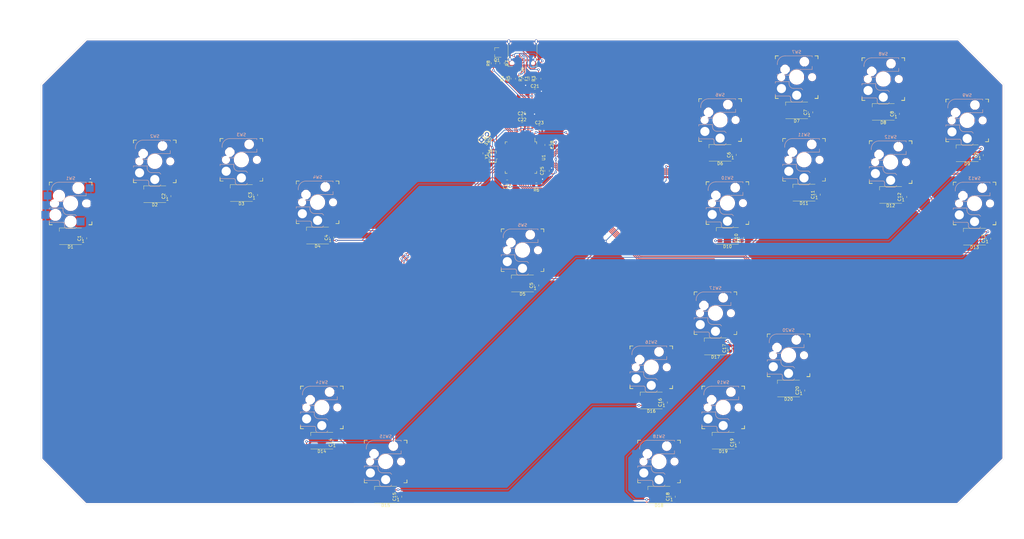
<source format=kicad_pcb>
(kicad_pcb (version 20171130) (host pcbnew "(5.1.6)-1")
  (layers (0 F.Cu signal) (31 B.Cu signal) (34 B.Paste user) (35 F.Paste user) (36 B.SilkS user hide) (37 F.SilkS user hide) (38 B.Mask user) (39 F.Mask user) (44 Edge.Cuts user))
  (net 0 "")
  (net 1 GND)
  (net 2 +5V)
  (net 3 "Net-(C22-Pad1)")
  (net 4 "Net-(D1-Pad2)")
  (net 5 "Net-(D2-Pad2)")
  (net 6 "Net-(D3-Pad2)")
  (net 7 LED_START)
  (net 8 LED_R)
  (net 9 "Net-(D6-Pad2)")
  (net 10 "Net-(D7-Pad2)")
  (net 11 "Net-(D8-Pad2)")
  (net 12 LED_B)
  (net 13 "Net-(D10-Pad2)")
  (net 14 "Net-(D11-Pad2)")
  (net 15 "Net-(D12-Pad2)")
  (net 16 LED_MODX)
  (net 17 "Net-(D14-Pad2)")
  (net 18 LED_CL)
  (net 19 "Net-(D16-Pad2)")
  (net 20 "Net-(D17-Pad2)")
  (net 21 "Net-(D18-Pad2)")
  (net 22 "Net-(D19-Pad2)")
  (net 23 "Net-(F1-Pad2)")
  (net 24 D-)
  (net 25 D+)
  (net 26 "Net-(J1-PadB5)")
  (net 27 +3V3)
  (net 28 "Net-(J1-PadA5)")
  (net 29 RESET)
  (net 30 "Net-(R4-Pad1)")
  (net 31 "Net-(R5-Pad1)")
  (net 32 "Net-(R6-Pad2)")
  (net 33 BTN_L)
  (net 34 BTN_LEFT)
  (net 35 BTN_DOWN)
  (net 36 BTN_RIGHT)
  (net 37 BTN_START)
  (net 38 BTN_R)
  (net 39 BTN_Y)
  (net 40 BTN_LS)
  (net 41 BTN_MS)
  (net 42 BTN_B)
  (net 43 BTN_X)
  (net 44 BTN_Z)
  (net 45 BTN_UP)
  (net 46 BTN_MODX)
  (net 47 BTN_MODY)
  (net 48 BTN_CL)
  (net 49 BTN_CU)
  (net 50 BTN_CD)
  (net 51 BTN_A)
  (net 52 BTN_CR)
  (net 53 XTAL1)
  (net 54 XTAL2)
  (net 55 GCCD3.3v)
  (net 56 GCCD5v)
  (module mx+choc_socket:MX+Choc_socket (layer F.Cu) (at 301.752 164.338)
    (fp_text reference SW20 (at -2.54 -3.175) (layer B.SilkS) (effects (justify mirror)))
    (fp_text value SW_Push)
    (pad "" np_thru_hole circle (at -8.04 5.08) (size 1.7018 1.7018) (drill 1.7018) (layers *.Cu *.Mask))
    (pad "" np_thru_hole circle (at 2.96 5.08) (size 1.7018 1.7018) (drill 1.7018) (layers *.Cu *.Mask))
    (pad 1 smd rect (at 0.735 11.03) (size 2.6 2.6) (layers B.Cu B.Paste B.Mask) (net 52 BTN_CR))
    (pad "" np_thru_hole circle (at -7.54 8.83) (size 3 3) (drill 3) (layers *.Cu *.Mask))
    (pad "" np_thru_hole circle (at -2.54 11.03) (size 3 3) (drill 3) (layers *.Cu *.Mask))
    (pad 2 smd rect (at -10.815 8.83) (size 2.6 2.6) (layers B.Cu B.Paste B.Mask) (net 1 GND))
    (pad 2 smd rect (at -10.1 2.54) (size 2.55 2.5) (layers B.Cu B.Paste B.Mask) (net 1 GND))
    (pad "" np_thru_hole circle (at -7.62 5.08) (size 1.7018 1.7018) (drill 1.7018) (layers *.Cu *.Mask))
    (pad "" np_thru_hole circle (at 2.54 5.08) (size 1.7018 1.7018) (drill 1.7018) (layers *.Cu *.Mask))
    (pad "" np_thru_hole circle (at -2.54 5.08) (size 3.9878 3.9878) (drill 3.9878) (layers *.Cu *.Mask))
    (pad "" np_thru_hole circle (at -6.35 2.54) (size 3 3) (drill 3) (layers *.Cu *.Mask))
    (pad "" np_thru_hole circle (at 0 0) (size 3 3) (drill 3) (layers *.Cu *.Mask))
    (pad 1 smd rect (at 3.75 0) (size 2.55 2.5) (layers B.Cu B.Paste B.Mask) (net 52 BTN_CR))
  )
  (module mx+choc_socket:MX+Choc_socket (layer F.Cu) (at 280.289 181.483)
    (fp_text reference SW19 (at -2.54 -3.175) (layer B.SilkS) (effects (justify mirror)))
    (fp_text value SW_Push)
    (pad "" np_thru_hole circle (at -8.04 5.08) (size 1.7018 1.7018) (drill 1.7018) (layers *.Cu *.Mask))
    (pad "" np_thru_hole circle (at 2.96 5.08) (size 1.7018 1.7018) (drill 1.7018) (layers *.Cu *.Mask))
    (pad 1 smd rect (at 0.735 11.03) (size 2.6 2.6) (layers B.Cu B.Paste B.Mask) (net 51 BTN_A))
    (pad "" np_thru_hole circle (at -7.54 8.83) (size 3 3) (drill 3) (layers *.Cu *.Mask))
    (pad "" np_thru_hole circle (at -2.54 11.03) (size 3 3) (drill 3) (layers *.Cu *.Mask))
    (pad 2 smd rect (at -10.815 8.83) (size 2.6 2.6) (layers B.Cu B.Paste B.Mask) (net 1 GND))
    (pad 2 smd rect (at -10.1 2.54) (size 2.55 2.5) (layers B.Cu B.Paste B.Mask) (net 1 GND))
    (pad "" np_thru_hole circle (at -7.62 5.08) (size 1.7018 1.7018) (drill 1.7018) (layers *.Cu *.Mask))
    (pad "" np_thru_hole circle (at 2.54 5.08) (size 1.7018 1.7018) (drill 1.7018) (layers *.Cu *.Mask))
    (pad "" np_thru_hole circle (at -2.54 5.08) (size 3.9878 3.9878) (drill 3.9878) (layers *.Cu *.Mask))
    (pad "" np_thru_hole circle (at -6.35 2.54) (size 3 3) (drill 3) (layers *.Cu *.Mask))
    (pad "" np_thru_hole circle (at 0 0) (size 3 3) (drill 3) (layers *.Cu *.Mask))
    (pad 1 smd rect (at 3.75 0) (size 2.55 2.5) (layers B.Cu B.Paste B.Mask) (net 51 BTN_A))
  )
  (module mx+choc_socket:MX+Choc_socket (layer F.Cu) (at 259.207 199.263)
    (fp_text reference SW18 (at -2.54 -3.175) (layer B.SilkS) (effects (justify mirror)))
    (fp_text value SW_Push)
    (pad "" np_thru_hole circle (at -8.04 5.08) (size 1.7018 1.7018) (drill 1.7018) (layers *.Cu *.Mask))
    (pad "" np_thru_hole circle (at 2.96 5.08) (size 1.7018 1.7018) (drill 1.7018) (layers *.Cu *.Mask))
    (pad 1 smd rect (at 0.735 11.03) (size 2.6 2.6) (layers B.Cu B.Paste B.Mask) (net 50 BTN_CD))
    (pad "" np_thru_hole circle (at -7.54 8.83) (size 3 3) (drill 3) (layers *.Cu *.Mask))
    (pad "" np_thru_hole circle (at -2.54 11.03) (size 3 3) (drill 3) (layers *.Cu *.Mask))
    (pad 2 smd rect (at -10.815 8.83) (size 2.6 2.6) (layers B.Cu B.Paste B.Mask) (net 1 GND))
    (pad 2 smd rect (at -10.1 2.54) (size 2.55 2.5) (layers B.Cu B.Paste B.Mask) (net 1 GND))
    (pad "" np_thru_hole circle (at -7.62 5.08) (size 1.7018 1.7018) (drill 1.7018) (layers *.Cu *.Mask))
    (pad "" np_thru_hole circle (at 2.54 5.08) (size 1.7018 1.7018) (drill 1.7018) (layers *.Cu *.Mask))
    (pad "" np_thru_hole circle (at -2.54 5.08) (size 3.9878 3.9878) (drill 3.9878) (layers *.Cu *.Mask))
    (pad "" np_thru_hole circle (at -6.35 2.54) (size 3 3) (drill 3) (layers *.Cu *.Mask))
    (pad "" np_thru_hole circle (at 0 0) (size 3 3) (drill 3) (layers *.Cu *.Mask))
    (pad 1 smd rect (at 3.75 0) (size 2.55 2.5) (layers B.Cu B.Paste B.Mask) (net 50 BTN_CD))
  )
  (module mx+choc_socket:MX+Choc_socket (layer F.Cu) (at 277.749 150.495)
    (fp_text reference SW17 (at -2.54 -3.175) (layer B.SilkS) (effects (justify mirror)))
    (fp_text value SW_Push)
    (pad "" np_thru_hole circle (at -8.04 5.08) (size 1.7018 1.7018) (drill 1.7018) (layers *.Cu *.Mask))
    (pad "" np_thru_hole circle (at 2.96 5.08) (size 1.7018 1.7018) (drill 1.7018) (layers *.Cu *.Mask))
    (pad 1 smd rect (at 0.735 11.03) (size 2.6 2.6) (layers B.Cu B.Paste B.Mask) (net 49 BTN_CU))
    (pad "" np_thru_hole circle (at -7.54 8.83) (size 3 3) (drill 3) (layers *.Cu *.Mask))
    (pad "" np_thru_hole circle (at -2.54 11.03) (size 3 3) (drill 3) (layers *.Cu *.Mask))
    (pad 2 smd rect (at -10.815 8.83) (size 2.6 2.6) (layers B.Cu B.Paste B.Mask) (net 1 GND))
    (pad 2 smd rect (at -10.1 2.54) (size 2.55 2.5) (layers B.Cu B.Paste B.Mask) (net 1 GND))
    (pad "" np_thru_hole circle (at -7.62 5.08) (size 1.7018 1.7018) (drill 1.7018) (layers *.Cu *.Mask))
    (pad "" np_thru_hole circle (at 2.54 5.08) (size 1.7018 1.7018) (drill 1.7018) (layers *.Cu *.Mask))
    (pad "" np_thru_hole circle (at -2.54 5.08) (size 3.9878 3.9878) (drill 3.9878) (layers *.Cu *.Mask))
    (pad "" np_thru_hole circle (at -6.35 2.54) (size 3 3) (drill 3) (layers *.Cu *.Mask))
    (pad "" np_thru_hole circle (at 0 0) (size 3 3) (drill 3) (layers *.Cu *.Mask))
    (pad 1 smd rect (at 3.75 0) (size 2.55 2.5) (layers B.Cu B.Paste B.Mask) (net 49 BTN_CU))
  )
  (module mx+choc_socket:MX+Choc_socket (layer F.Cu) (at 256.667 168.275)
    (fp_text reference SW16 (at -2.54 -3.175) (layer B.SilkS) (effects (justify mirror)))
    (fp_text value SW_Push)
    (pad "" np_thru_hole circle (at -8.04 5.08) (size 1.7018 1.7018) (drill 1.7018) (layers *.Cu *.Mask))
    (pad "" np_thru_hole circle (at 2.96 5.08) (size 1.7018 1.7018) (drill 1.7018) (layers *.Cu *.Mask))
    (pad 1 smd rect (at 0.735 11.03) (size 2.6 2.6) (layers B.Cu B.Paste B.Mask) (net 48 BTN_CL))
    (pad "" np_thru_hole circle (at -7.54 8.83) (size 3 3) (drill 3) (layers *.Cu *.Mask))
    (pad "" np_thru_hole circle (at -2.54 11.03) (size 3 3) (drill 3) (layers *.Cu *.Mask))
    (pad 2 smd rect (at -10.815 8.83) (size 2.6 2.6) (layers B.Cu B.Paste B.Mask) (net 1 GND))
    (pad 2 smd rect (at -10.1 2.54) (size 2.55 2.5) (layers B.Cu B.Paste B.Mask) (net 1 GND))
    (pad "" np_thru_hole circle (at -7.62 5.08) (size 1.7018 1.7018) (drill 1.7018) (layers *.Cu *.Mask))
    (pad "" np_thru_hole circle (at 2.54 5.08) (size 1.7018 1.7018) (drill 1.7018) (layers *.Cu *.Mask))
    (pad "" np_thru_hole circle (at -2.54 5.08) (size 3.9878 3.9878) (drill 3.9878) (layers *.Cu *.Mask))
    (pad "" np_thru_hole circle (at -6.35 2.54) (size 3 3) (drill 3) (layers *.Cu *.Mask))
    (pad "" np_thru_hole circle (at 0 0) (size 3 3) (drill 3) (layers *.Cu *.Mask))
    (pad 1 smd rect (at 3.75 0) (size 2.55 2.5) (layers B.Cu B.Paste B.Mask) (net 48 BTN_CL))
  )
  (module mx+choc_socket:MX+Choc_socket (layer F.Cu) (at 169.418 199.263)
    (fp_text reference SW15 (at -2.54 -3.175) (layer B.SilkS) (effects (justify mirror)))
    (fp_text value SW_Push)
    (pad "" np_thru_hole circle (at -8.04 5.08) (size 1.7018 1.7018) (drill 1.7018) (layers *.Cu *.Mask))
    (pad "" np_thru_hole circle (at 2.96 5.08) (size 1.7018 1.7018) (drill 1.7018) (layers *.Cu *.Mask))
    (pad 1 smd rect (at 0.735 11.03) (size 2.6 2.6) (layers B.Cu B.Paste B.Mask) (net 47 BTN_MODY))
    (pad "" np_thru_hole circle (at -7.54 8.83) (size 3 3) (drill 3) (layers *.Cu *.Mask))
    (pad "" np_thru_hole circle (at -2.54 11.03) (size 3 3) (drill 3) (layers *.Cu *.Mask))
    (pad 2 smd rect (at -10.815 8.83) (size 2.6 2.6) (layers B.Cu B.Paste B.Mask) (net 1 GND))
    (pad 2 smd rect (at -10.1 2.54) (size 2.55 2.5) (layers B.Cu B.Paste B.Mask) (net 1 GND))
    (pad "" np_thru_hole circle (at -7.62 5.08) (size 1.7018 1.7018) (drill 1.7018) (layers *.Cu *.Mask))
    (pad "" np_thru_hole circle (at 2.54 5.08) (size 1.7018 1.7018) (drill 1.7018) (layers *.Cu *.Mask))
    (pad "" np_thru_hole circle (at -2.54 5.08) (size 3.9878 3.9878) (drill 3.9878) (layers *.Cu *.Mask))
    (pad "" np_thru_hole circle (at -6.35 2.54) (size 3 3) (drill 3) (layers *.Cu *.Mask))
    (pad "" np_thru_hole circle (at 0 0) (size 3 3) (drill 3) (layers *.Cu *.Mask))
    (pad 1 smd rect (at 3.75 0) (size 2.55 2.5) (layers B.Cu B.Paste B.Mask) (net 47 BTN_MODY))
  )
  (module mx+choc_socket:MX+Choc_socket (layer F.Cu) (at 148.463 181.483)
    (fp_text reference SW14 (at -2.54 -3.175) (layer B.SilkS) (effects (justify mirror)))
    (fp_text value SW_Push)
    (pad "" np_thru_hole circle (at -8.04 5.08) (size 1.7018 1.7018) (drill 1.7018) (layers *.Cu *.Mask))
    (pad "" np_thru_hole circle (at 2.96 5.08) (size 1.7018 1.7018) (drill 1.7018) (layers *.Cu *.Mask))
    (pad 1 smd rect (at 0.735 11.03) (size 2.6 2.6) (layers B.Cu B.Paste B.Mask) (net 46 BTN_MODX))
    (pad "" np_thru_hole circle (at -7.54 8.83) (size 3 3) (drill 3) (layers *.Cu *.Mask))
    (pad "" np_thru_hole circle (at -2.54 11.03) (size 3 3) (drill 3) (layers *.Cu *.Mask))
    (pad 2 smd rect (at -10.815 8.83) (size 2.6 2.6) (layers B.Cu B.Paste B.Mask) (net 1 GND))
    (pad 2 smd rect (at -10.1 2.54) (size 2.55 2.5) (layers B.Cu B.Paste B.Mask) (net 1 GND))
    (pad "" np_thru_hole circle (at -7.62 5.08) (size 1.7018 1.7018) (drill 1.7018) (layers *.Cu *.Mask))
    (pad "" np_thru_hole circle (at 2.54 5.08) (size 1.7018 1.7018) (drill 1.7018) (layers *.Cu *.Mask))
    (pad "" np_thru_hole circle (at -2.54 5.08) (size 3.9878 3.9878) (drill 3.9878) (layers *.Cu *.Mask))
    (pad "" np_thru_hole circle (at -6.35 2.54) (size 3 3) (drill 3) (layers *.Cu *.Mask))
    (pad "" np_thru_hole circle (at 0 0) (size 3 3) (drill 3) (layers *.Cu *.Mask))
    (pad 1 smd rect (at 3.75 0) (size 2.55 2.5) (layers B.Cu B.Paste B.Mask) (net 46 BTN_MODX))
  )
  (module mx+choc_socket:MX+Choc_socket (layer F.Cu) (at 362.839 114.427)
    (fp_text reference SW13 (at -2.54 -3.175) (layer B.SilkS) (effects (justify mirror)))
    (fp_text value SW_Push)
    (pad "" np_thru_hole circle (at -8.04 5.08) (size 1.7018 1.7018) (drill 1.7018) (layers *.Cu *.Mask))
    (pad "" np_thru_hole circle (at 2.96 5.08) (size 1.7018 1.7018) (drill 1.7018) (layers *.Cu *.Mask))
    (pad 1 smd rect (at 0.735 11.03) (size 2.6 2.6) (layers B.Cu B.Paste B.Mask) (net 45 BTN_UP))
    (pad "" np_thru_hole circle (at -7.54 8.83) (size 3 3) (drill 3) (layers *.Cu *.Mask))
    (pad "" np_thru_hole circle (at -2.54 11.03) (size 3 3) (drill 3) (layers *.Cu *.Mask))
    (pad 2 smd rect (at -10.815 8.83) (size 2.6 2.6) (layers B.Cu B.Paste B.Mask) (net 1 GND))
    (pad 2 smd rect (at -10.1 2.54) (size 2.55 2.5) (layers B.Cu B.Paste B.Mask) (net 1 GND))
    (pad "" np_thru_hole circle (at -7.62 5.08) (size 1.7018 1.7018) (drill 1.7018) (layers *.Cu *.Mask))
    (pad "" np_thru_hole circle (at 2.54 5.08) (size 1.7018 1.7018) (drill 1.7018) (layers *.Cu *.Mask))
    (pad "" np_thru_hole circle (at -2.54 5.08) (size 3.9878 3.9878) (drill 3.9878) (layers *.Cu *.Mask))
    (pad "" np_thru_hole circle (at -6.35 2.54) (size 3 3) (drill 3) (layers *.Cu *.Mask))
    (pad "" np_thru_hole circle (at 0 0) (size 3 3) (drill 3) (layers *.Cu *.Mask))
    (pad 1 smd rect (at 3.75 0) (size 2.55 2.5) (layers B.Cu B.Paste B.Mask) (net 45 BTN_UP))
  )
  (module mx+choc_socket:MX+Choc_socket (layer F.Cu) (at 335.28 100.838)
    (fp_text reference SW12 (at -2.54 -3.175) (layer B.SilkS) (effects (justify mirror)))
    (fp_text value SW_Push)
    (pad "" np_thru_hole circle (at -8.04 5.08) (size 1.7018 1.7018) (drill 1.7018) (layers *.Cu *.Mask))
    (pad "" np_thru_hole circle (at 2.96 5.08) (size 1.7018 1.7018) (drill 1.7018) (layers *.Cu *.Mask))
    (pad 1 smd rect (at 0.735 11.03) (size 2.6 2.6) (layers B.Cu B.Paste B.Mask) (net 44 BTN_Z))
    (pad "" np_thru_hole circle (at -7.54 8.83) (size 3 3) (drill 3) (layers *.Cu *.Mask))
    (pad "" np_thru_hole circle (at -2.54 11.03) (size 3 3) (drill 3) (layers *.Cu *.Mask))
    (pad 2 smd rect (at -10.815 8.83) (size 2.6 2.6) (layers B.Cu B.Paste B.Mask) (net 1 GND))
    (pad 2 smd rect (at -10.1 2.54) (size 2.55 2.5) (layers B.Cu B.Paste B.Mask) (net 1 GND))
    (pad "" np_thru_hole circle (at -7.62 5.08) (size 1.7018 1.7018) (drill 1.7018) (layers *.Cu *.Mask))
    (pad "" np_thru_hole circle (at 2.54 5.08) (size 1.7018 1.7018) (drill 1.7018) (layers *.Cu *.Mask))
    (pad "" np_thru_hole circle (at -2.54 5.08) (size 3.9878 3.9878) (drill 3.9878) (layers *.Cu *.Mask))
    (pad "" np_thru_hole circle (at -6.35 2.54) (size 3 3) (drill 3) (layers *.Cu *.Mask))
    (pad "" np_thru_hole circle (at 0 0) (size 3 3) (drill 3) (layers *.Cu *.Mask))
    (pad 1 smd rect (at 3.75 0) (size 2.55 2.5) (layers B.Cu B.Paste B.Mask) (net 44 BTN_Z))
  )
  (module mx+choc_socket:MX+Choc_socket (layer F.Cu) (at 306.832 100.076)
    (fp_text reference SW11 (at -2.54 -3.175) (layer B.SilkS) (effects (justify mirror)))
    (fp_text value SW_Push)
    (pad "" np_thru_hole circle (at -8.04 5.08) (size 1.7018 1.7018) (drill 1.7018) (layers *.Cu *.Mask))
    (pad "" np_thru_hole circle (at 2.96 5.08) (size 1.7018 1.7018) (drill 1.7018) (layers *.Cu *.Mask))
    (pad 1 smd rect (at 0.735 11.03) (size 2.6 2.6) (layers B.Cu B.Paste B.Mask) (net 43 BTN_X))
    (pad "" np_thru_hole circle (at -7.54 8.83) (size 3 3) (drill 3) (layers *.Cu *.Mask))
    (pad "" np_thru_hole circle (at -2.54 11.03) (size 3 3) (drill 3) (layers *.Cu *.Mask))
    (pad 2 smd rect (at -10.815 8.83) (size 2.6 2.6) (layers B.Cu B.Paste B.Mask) (net 1 GND))
    (pad 2 smd rect (at -10.1 2.54) (size 2.55 2.5) (layers B.Cu B.Paste B.Mask) (net 1 GND))
    (pad "" np_thru_hole circle (at -7.62 5.08) (size 1.7018 1.7018) (drill 1.7018) (layers *.Cu *.Mask))
    (pad "" np_thru_hole circle (at 2.54 5.08) (size 1.7018 1.7018) (drill 1.7018) (layers *.Cu *.Mask))
    (pad "" np_thru_hole circle (at -2.54 5.08) (size 3.9878 3.9878) (drill 3.9878) (layers *.Cu *.Mask))
    (pad "" np_thru_hole circle (at -6.35 2.54) (size 3 3) (drill 3) (layers *.Cu *.Mask))
    (pad "" np_thru_hole circle (at 0 0) (size 3 3) (drill 3) (layers *.Cu *.Mask))
    (pad 1 smd rect (at 3.75 0) (size 2.55 2.5) (layers B.Cu B.Paste B.Mask) (net 43 BTN_X))
  )
  (module mx+choc_socket:MX+Choc_socket (layer F.Cu) (at 281.686 114.3)
    (fp_text reference SW10 (at -2.54 -3.175) (layer B.SilkS) (effects (justify mirror)))
    (fp_text value SW_Push)
    (pad "" np_thru_hole circle (at -8.04 5.08) (size 1.7018 1.7018) (drill 1.7018) (layers *.Cu *.Mask))
    (pad "" np_thru_hole circle (at 2.96 5.08) (size 1.7018 1.7018) (drill 1.7018) (layers *.Cu *.Mask))
    (pad 1 smd rect (at 0.735 11.03) (size 2.6 2.6) (layers B.Cu B.Paste B.Mask) (net 42 BTN_B))
    (pad "" np_thru_hole circle (at -7.54 8.83) (size 3 3) (drill 3) (layers *.Cu *.Mask))
    (pad "" np_thru_hole circle (at -2.54 11.03) (size 3 3) (drill 3) (layers *.Cu *.Mask))
    (pad 2 smd rect (at -10.815 8.83) (size 2.6 2.6) (layers B.Cu B.Paste B.Mask) (net 1 GND))
    (pad 2 smd rect (at -10.1 2.54) (size 2.55 2.5) (layers B.Cu B.Paste B.Mask) (net 1 GND))
    (pad "" np_thru_hole circle (at -7.62 5.08) (size 1.7018 1.7018) (drill 1.7018) (layers *.Cu *.Mask))
    (pad "" np_thru_hole circle (at 2.54 5.08) (size 1.7018 1.7018) (drill 1.7018) (layers *.Cu *.Mask))
    (pad "" np_thru_hole circle (at -2.54 5.08) (size 3.9878 3.9878) (drill 3.9878) (layers *.Cu *.Mask))
    (pad "" np_thru_hole circle (at -6.35 2.54) (size 3 3) (drill 3) (layers *.Cu *.Mask))
    (pad "" np_thru_hole circle (at 0 0) (size 3 3) (drill 3) (layers *.Cu *.Mask))
    (pad 1 smd rect (at 3.75 0) (size 2.55 2.5) (layers B.Cu B.Paste B.Mask) (net 42 BTN_B))
  )
  (module mx+choc_socket:MX+Choc_socket (layer F.Cu) (at 360.426 87.122)
    (fp_text reference SW9 (at -2.54 -3.175) (layer B.SilkS) (effects (justify mirror)))
    (fp_text value SW_Push)
    (pad "" np_thru_hole circle (at -8.04 5.08) (size 1.7018 1.7018) (drill 1.7018) (layers *.Cu *.Mask))
    (pad "" np_thru_hole circle (at 2.96 5.08) (size 1.7018 1.7018) (drill 1.7018) (layers *.Cu *.Mask))
    (pad 1 smd rect (at 0.735 11.03) (size 2.6 2.6) (layers B.Cu B.Paste B.Mask) (net 41 BTN_MS))
    (pad "" np_thru_hole circle (at -7.54 8.83) (size 3 3) (drill 3) (layers *.Cu *.Mask))
    (pad "" np_thru_hole circle (at -2.54 11.03) (size 3 3) (drill 3) (layers *.Cu *.Mask))
    (pad 2 smd rect (at -10.815 8.83) (size 2.6 2.6) (layers B.Cu B.Paste B.Mask) (net 1 GND))
    (pad 2 smd rect (at -10.1 2.54) (size 2.55 2.5) (layers B.Cu B.Paste B.Mask) (net 1 GND))
    (pad "" np_thru_hole circle (at -7.62 5.08) (size 1.7018 1.7018) (drill 1.7018) (layers *.Cu *.Mask))
    (pad "" np_thru_hole circle (at 2.54 5.08) (size 1.7018 1.7018) (drill 1.7018) (layers *.Cu *.Mask))
    (pad "" np_thru_hole circle (at -2.54 5.08) (size 3.9878 3.9878) (drill 3.9878) (layers *.Cu *.Mask))
    (pad "" np_thru_hole circle (at -6.35 2.54) (size 3 3) (drill 3) (layers *.Cu *.Mask))
    (pad "" np_thru_hole circle (at 0 0) (size 3 3) (drill 3) (layers *.Cu *.Mask))
    (pad 1 smd rect (at 3.75 0) (size 2.55 2.5) (layers B.Cu B.Paste B.Mask) (net 41 BTN_MS))
  )
  (module mx+choc_socket:MX+Choc_socket (layer F.Cu) (at 332.867 73.533)
    (fp_text reference SW8 (at -2.54 -3.175) (layer B.SilkS) (effects (justify mirror)))
    (fp_text value SW_Push)
    (pad "" np_thru_hole circle (at -8.04 5.08) (size 1.7018 1.7018) (drill 1.7018) (layers *.Cu *.Mask))
    (pad "" np_thru_hole circle (at 2.96 5.08) (size 1.7018 1.7018) (drill 1.7018) (layers *.Cu *.Mask))
    (pad 1 smd rect (at 0.735 11.03) (size 2.6 2.6) (layers B.Cu B.Paste B.Mask) (net 40 BTN_LS))
    (pad "" np_thru_hole circle (at -7.54 8.83) (size 3 3) (drill 3) (layers *.Cu *.Mask))
    (pad "" np_thru_hole circle (at -2.54 11.03) (size 3 3) (drill 3) (layers *.Cu *.Mask))
    (pad 2 smd rect (at -10.815 8.83) (size 2.6 2.6) (layers B.Cu B.Paste B.Mask) (net 1 GND))
    (pad 2 smd rect (at -10.1 2.54) (size 2.55 2.5) (layers B.Cu B.Paste B.Mask) (net 1 GND))
    (pad "" np_thru_hole circle (at -7.62 5.08) (size 1.7018 1.7018) (drill 1.7018) (layers *.Cu *.Mask))
    (pad "" np_thru_hole circle (at 2.54 5.08) (size 1.7018 1.7018) (drill 1.7018) (layers *.Cu *.Mask))
    (pad "" np_thru_hole circle (at -2.54 5.08) (size 3.9878 3.9878) (drill 3.9878) (layers *.Cu *.Mask))
    (pad "" np_thru_hole circle (at -6.35 2.54) (size 3 3) (drill 3) (layers *.Cu *.Mask))
    (pad "" np_thru_hole circle (at 0 0) (size 3 3) (drill 3) (layers *.Cu *.Mask))
    (pad 1 smd rect (at 3.75 0) (size 2.55 2.5) (layers B.Cu B.Paste B.Mask) (net 40 BTN_LS))
  )
  (module mx+choc_socket:MX+Choc_socket (layer F.Cu) (at 304.419 72.898)
    (fp_text reference SW7 (at -2.54 -3.175) (layer B.SilkS) (effects (justify mirror)))
    (fp_text value SW_Push)
    (pad "" np_thru_hole circle (at -8.04 5.08) (size 1.7018 1.7018) (drill 1.7018) (layers *.Cu *.Mask))
    (pad "" np_thru_hole circle (at 2.96 5.08) (size 1.7018 1.7018) (drill 1.7018) (layers *.Cu *.Mask))
    (pad 1 smd rect (at 0.735 11.03) (size 2.6 2.6) (layers B.Cu B.Paste B.Mask) (net 39 BTN_Y))
    (pad "" np_thru_hole circle (at -7.54 8.83) (size 3 3) (drill 3) (layers *.Cu *.Mask))
    (pad "" np_thru_hole circle (at -2.54 11.03) (size 3 3) (drill 3) (layers *.Cu *.Mask))
    (pad 2 smd rect (at -10.815 8.83) (size 2.6 2.6) (layers B.Cu B.Paste B.Mask) (net 1 GND))
    (pad 2 smd rect (at -10.1 2.54) (size 2.55 2.5) (layers B.Cu B.Paste B.Mask) (net 1 GND))
    (pad "" np_thru_hole circle (at -7.62 5.08) (size 1.7018 1.7018) (drill 1.7018) (layers *.Cu *.Mask))
    (pad "" np_thru_hole circle (at 2.54 5.08) (size 1.7018 1.7018) (drill 1.7018) (layers *.Cu *.Mask))
    (pad "" np_thru_hole circle (at -2.54 5.08) (size 3.9878 3.9878) (drill 3.9878) (layers *.Cu *.Mask))
    (pad "" np_thru_hole circle (at -6.35 2.54) (size 3 3) (drill 3) (layers *.Cu *.Mask))
    (pad "" np_thru_hole circle (at 0 0) (size 3 3) (drill 3) (layers *.Cu *.Mask))
    (pad 1 smd rect (at 3.75 0) (size 2.55 2.5) (layers B.Cu B.Paste B.Mask) (net 39 BTN_Y))
  )
  (module mx+choc_socket:MX+Choc_socket (layer F.Cu) (at 279.273 86.995)
    (fp_text reference SW6 (at -2.54 -3.175) (layer B.SilkS) (effects (justify mirror)))
    (fp_text value SW_Push)
    (pad "" np_thru_hole circle (at -8.04 5.08) (size 1.7018 1.7018) (drill 1.7018) (layers *.Cu *.Mask))
    (pad "" np_thru_hole circle (at 2.96 5.08) (size 1.7018 1.7018) (drill 1.7018) (layers *.Cu *.Mask))
    (pad 1 smd rect (at 0.735 11.03) (size 2.6 2.6) (layers B.Cu B.Paste B.Mask) (net 38 BTN_R))
    (pad "" np_thru_hole circle (at -7.54 8.83) (size 3 3) (drill 3) (layers *.Cu *.Mask))
    (pad "" np_thru_hole circle (at -2.54 11.03) (size 3 3) (drill 3) (layers *.Cu *.Mask))
    (pad 2 smd rect (at -10.815 8.83) (size 2.6 2.6) (layers B.Cu B.Paste B.Mask) (net 1 GND))
    (pad 2 smd rect (at -10.1 2.54) (size 2.55 2.5) (layers B.Cu B.Paste B.Mask) (net 1 GND))
    (pad "" np_thru_hole circle (at -7.62 5.08) (size 1.7018 1.7018) (drill 1.7018) (layers *.Cu *.Mask))
    (pad "" np_thru_hole circle (at 2.54 5.08) (size 1.7018 1.7018) (drill 1.7018) (layers *.Cu *.Mask))
    (pad "" np_thru_hole circle (at -2.54 5.08) (size 3.9878 3.9878) (drill 3.9878) (layers *.Cu *.Mask))
    (pad "" np_thru_hole circle (at -6.35 2.54) (size 3 3) (drill 3) (layers *.Cu *.Mask))
    (pad "" np_thru_hole circle (at 0 0) (size 3 3) (drill 3) (layers *.Cu *.Mask))
    (pad 1 smd rect (at 3.75 0) (size 2.55 2.5) (layers B.Cu B.Paste B.Mask) (net 38 BTN_R))
  )
  (module mx+choc_socket:MX+Choc_socket (layer F.Cu) (at 214.376 129.794)
    (fp_text reference SW5 (at -2.54 -3.175) (layer B.SilkS) (effects (justify mirror)))
    (fp_text value SW_Push)
    (pad "" np_thru_hole circle (at -8.04 5.08) (size 1.7018 1.7018) (drill 1.7018) (layers *.Cu *.Mask))
    (pad "" np_thru_hole circle (at 2.96 5.08) (size 1.7018 1.7018) (drill 1.7018) (layers *.Cu *.Mask))
    (pad 1 smd rect (at 0.735 11.03) (size 2.6 2.6) (layers B.Cu B.Paste B.Mask) (net 37 BTN_START))
    (pad "" np_thru_hole circle (at -7.54 8.83) (size 3 3) (drill 3) (layers *.Cu *.Mask))
    (pad "" np_thru_hole circle (at -2.54 11.03) (size 3 3) (drill 3) (layers *.Cu *.Mask))
    (pad 2 smd rect (at -10.815 8.83) (size 2.6 2.6) (layers B.Cu B.Paste B.Mask) (net 1 GND))
    (pad 2 smd rect (at -10.1 2.54) (size 2.55 2.5) (layers B.Cu B.Paste B.Mask) (net 1 GND))
    (pad "" np_thru_hole circle (at -7.62 5.08) (size 1.7018 1.7018) (drill 1.7018) (layers *.Cu *.Mask))
    (pad "" np_thru_hole circle (at 2.54 5.08) (size 1.7018 1.7018) (drill 1.7018) (layers *.Cu *.Mask))
    (pad "" np_thru_hole circle (at -2.54 5.08) (size 3.9878 3.9878) (drill 3.9878) (layers *.Cu *.Mask))
    (pad "" np_thru_hole circle (at -6.35 2.54) (size 3 3) (drill 3) (layers *.Cu *.Mask))
    (pad "" np_thru_hole circle (at 0 0) (size 3 3) (drill 3) (layers *.Cu *.Mask))
    (pad 1 smd rect (at 3.75 0) (size 2.55 2.5) (layers B.Cu B.Paste B.Mask) (net 37 BTN_START))
  )
  (module mx+choc_socket:MX+Choc_socket (layer F.Cu) (at 147.066 114.046)
    (fp_text reference SW4 (at -2.54 -3.175) (layer B.SilkS) (effects (justify mirror)))
    (fp_text value SW_Push)
    (pad "" np_thru_hole circle (at -8.04 5.08) (size 1.7018 1.7018) (drill 1.7018) (layers *.Cu *.Mask))
    (pad "" np_thru_hole circle (at 2.96 5.08) (size 1.7018 1.7018) (drill 1.7018) (layers *.Cu *.Mask))
    (pad 1 smd rect (at 0.735 11.03) (size 2.6 2.6) (layers B.Cu B.Paste B.Mask) (net 36 BTN_RIGHT))
    (pad "" np_thru_hole circle (at -7.54 8.83) (size 3 3) (drill 3) (layers *.Cu *.Mask))
    (pad "" np_thru_hole circle (at -2.54 11.03) (size 3 3) (drill 3) (layers *.Cu *.Mask))
    (pad 2 smd rect (at -10.815 8.83) (size 2.6 2.6) (layers B.Cu B.Paste B.Mask) (net 1 GND))
    (pad 2 smd rect (at -10.1 2.54) (size 2.55 2.5) (layers B.Cu B.Paste B.Mask) (net 1 GND))
    (pad "" np_thru_hole circle (at -7.62 5.08) (size 1.7018 1.7018) (drill 1.7018) (layers *.Cu *.Mask))
    (pad "" np_thru_hole circle (at 2.54 5.08) (size 1.7018 1.7018) (drill 1.7018) (layers *.Cu *.Mask))
    (pad "" np_thru_hole circle (at -2.54 5.08) (size 3.9878 3.9878) (drill 3.9878) (layers *.Cu *.Mask))
    (pad "" np_thru_hole circle (at -6.35 2.54) (size 3 3) (drill 3) (layers *.Cu *.Mask))
    (pad "" np_thru_hole circle (at 0 0) (size 3 3) (drill 3) (layers *.Cu *.Mask))
    (pad 1 smd rect (at 3.75 0) (size 2.55 2.5) (layers B.Cu B.Paste B.Mask) (net 36 BTN_RIGHT))
  )
  (module mx+choc_socket:MX+Choc_socket (layer F.Cu) (at 122.047 100.076)
    (fp_text reference SW3 (at -2.54 -3.175) (layer B.SilkS) (effects (justify mirror)))
    (fp_text value SW_Push)
    (pad "" np_thru_hole circle (at -8.04 5.08) (size 1.7018 1.7018) (drill 1.7018) (layers *.Cu *.Mask))
    (pad "" np_thru_hole circle (at 2.96 5.08) (size 1.7018 1.7018) (drill 1.7018) (layers *.Cu *.Mask))
    (pad 1 smd rect (at 0.735 11.03) (size 2.6 2.6) (layers B.Cu B.Paste B.Mask) (net 35 BTN_DOWN))
    (pad "" np_thru_hole circle (at -7.54 8.83) (size 3 3) (drill 3) (layers *.Cu *.Mask))
    (pad "" np_thru_hole circle (at -2.54 11.03) (size 3 3) (drill 3) (layers *.Cu *.Mask))
    (pad 2 smd rect (at -10.815 8.83) (size 2.6 2.6) (layers B.Cu B.Paste B.Mask) (net 1 GND))
    (pad 2 smd rect (at -10.1 2.54) (size 2.55 2.5) (layers B.Cu B.Paste B.Mask) (net 1 GND))
    (pad "" np_thru_hole circle (at -7.62 5.08) (size 1.7018 1.7018) (drill 1.7018) (layers *.Cu *.Mask))
    (pad "" np_thru_hole circle (at 2.54 5.08) (size 1.7018 1.7018) (drill 1.7018) (layers *.Cu *.Mask))
    (pad "" np_thru_hole circle (at -2.54 5.08) (size 3.9878 3.9878) (drill 3.9878) (layers *.Cu *.Mask))
    (pad "" np_thru_hole circle (at -6.35 2.54) (size 3 3) (drill 3) (layers *.Cu *.Mask))
    (pad "" np_thru_hole circle (at 0 0) (size 3 3) (drill 3) (layers *.Cu *.Mask))
    (pad 1 smd rect (at 3.75 0) (size 2.55 2.5) (layers B.Cu B.Paste B.Mask) (net 35 BTN_DOWN))
  )
  (module mx+choc_socket:MX+Choc_socket (layer F.Cu) (at 93.599 100.584)
    (fp_text reference SW2 (at -2.54 -3.175) (layer B.SilkS) (effects (justify mirror)))
    (fp_text value SW_Push)
    (pad "" np_thru_hole circle (at -8.04 5.08) (size 1.7018 1.7018) (drill 1.7018) (layers *.Cu *.Mask))
    (pad "" np_thru_hole circle (at 2.96 5.08) (size 1.7018 1.7018) (drill 1.7018) (layers *.Cu *.Mask))
    (pad 1 smd rect (at 0.735 11.03) (size 2.6 2.6) (layers B.Cu B.Paste B.Mask) (net 34 BTN_LEFT))
    (pad "" np_thru_hole circle (at -7.54 8.83) (size 3 3) (drill 3) (layers *.Cu *.Mask))
    (pad "" np_thru_hole circle (at -2.54 11.03) (size 3 3) (drill 3) (layers *.Cu *.Mask))
    (pad 2 smd rect (at -10.815 8.83) (size 2.6 2.6) (layers B.Cu B.Paste B.Mask) (net 1 GND))
    (pad 2 smd rect (at -10.1 2.54) (size 2.55 2.5) (layers B.Cu B.Paste B.Mask) (net 1 GND))
    (pad "" np_thru_hole circle (at -7.62 5.08) (size 1.7018 1.7018) (drill 1.7018) (layers *.Cu *.Mask))
    (pad "" np_thru_hole circle (at 2.54 5.08) (size 1.7018 1.7018) (drill 1.7018) (layers *.Cu *.Mask))
    (pad "" np_thru_hole circle (at -2.54 5.08) (size 3.9878 3.9878) (drill 3.9878) (layers *.Cu *.Mask))
    (pad "" np_thru_hole circle (at -6.35 2.54) (size 3 3) (drill 3) (layers *.Cu *.Mask))
    (pad "" np_thru_hole circle (at 0 0) (size 3 3) (drill 3) (layers *.Cu *.Mask))
    (pad 1 smd rect (at 3.75 0) (size 2.55 2.5) (layers B.Cu B.Paste B.Mask) (net 34 BTN_LEFT))
  )
  (module mx+choc_socket:MX+Choc_socket (layer F.Cu) (at 63.4111 119.507)
    (fp_text reference SW1 (at 0 -8.255) (layer B.SilkS) (effects (justify mirror)))
    (fp_text value SW_Push)
    (pad "" np_thru_hole circle (at -5.5 0) (size 1.7018 1.7018) (drill 1.7018) (layers *.Cu *.Mask))
    (pad "" np_thru_hole circle (at 5.5 0) (size 1.7018 1.7018) (drill 1.7018) (layers *.Cu *.Mask))
    (pad 1 smd rect (at 3.275 5.95) (size 2.6 2.6) (layers B.Cu B.Paste B.Mask) (net 33 BTN_L))
    (pad "" np_thru_hole circle (at -5 3.75) (size 3 3) (drill 3) (layers *.Cu *.Mask))
    (pad "" np_thru_hole circle (at 0 5.95) (size 3 3) (drill 3) (layers *.Cu *.Mask))
    (pad 2 smd rect (at -8.275 3.75) (size 2.6 2.6) (layers B.Cu B.Paste B.Mask) (net 1 GND))
    (pad 2 smd rect (at -7.56 -2.54) (size 2.55 2.5) (layers B.Cu B.Paste B.Mask) (net 1 GND))
    (pad "" np_thru_hole circle (at -5.08 0) (size 1.7018 1.7018) (drill 1.7018) (layers *.Cu *.Mask))
    (pad "" np_thru_hole circle (at 5.08 0) (size 1.7018 1.7018) (drill 1.7018) (layers *.Cu *.Mask))
    (pad "" np_thru_hole circle (at 0 0) (size 3.9878 3.9878) (drill 3.9878) (layers *.Cu *.Mask))
    (pad "" np_thru_hole circle (at -3.81 -2.54) (size 3 3) (drill 3) (layers *.Cu *.Mask))
    (pad "" np_thru_hole circle (at 2.54 -5.08) (size 3 3) (drill 3) (layers *.Cu *.Mask))
    (pad 1 smd rect (at 6.29 -5.08) (size 2.55 2.5) (layers B.Cu B.Paste B.Mask) (net 33 BTN_L))
  )
  (module Capacitor_SMD:C_0805_2012Metric (layer F.Cu) (at 219.9005 108.7882 90)
    (fp_text reference C25 (at 0 -1.65 90) (layer F.SilkS))
    (fp_text value 0.1u)
    (pad 2 smd roundrect (at 0.9375 0 90) (size 0.975 1.4) (layers F.Cu F.Paste F.Mask) (net 1 GND))
    (pad 1 smd roundrect (at -0.9375 0 90) (size 0.975 1.4) (layers F.Cu F.Paste F.Mask) (net 2 +5V))
  )
  (module Capacitor_SMD:C_0805_2012Metric (layer F.Cu) (at 219.9132 100.2665 270)
    (fp_text reference C28 (at 0 -1.65 90) (layer F.SilkS))
    (fp_text value 0.1u)
    (pad 2 smd roundrect (at 0.9375 0 270) (size 0.975 1.4) (layers F.Cu F.Paste F.Mask) (net 1 GND))
    (pad 1 smd roundrect (at -0.9375 0 270) (size 0.975 1.4) (layers F.Cu F.Paste F.Mask) (net 2 +5V))
  )
  (module Capacitor_SMD:C_0805_2012Metric (layer F.Cu) (at 206.796399 112.4839 180)
    (fp_text reference C27 (at 0 -1.65) (layer F.SilkS))
    (fp_text value 0.1u)
    (pad 2 smd roundrect (at 0.9375 0 180) (size 0.975 1.4) (layers F.Cu F.Paste F.Mask) (net 1 GND))
    (pad 1 smd roundrect (at -0.9375 0 180) (size 0.975 1.4) (layers F.Cu F.Paste F.Mask) (net 2 +5V))
  )
  (module Capacitor_SMD:C_0805_2012Metric (layer F.Cu) (at 199.5551 103.0224 270)
    (fp_text reference C26 (at 0 -1.65 90) (layer F.SilkS))
    (fp_text value 0.1u)
    (pad 2 smd roundrect (at 0.9375 0 270) (size 0.975 1.4) (layers F.Cu F.Paste F.Mask) (net 1 GND))
    (pad 1 smd roundrect (at -0.9375 0 270) (size 0.975 1.4) (layers F.Cu F.Paste F.Mask) (net 2 +5V))
  )
  (module Capacitor_SMD:C_0805_2012Metric (layer F.Cu) (at 211.6709 91.5924)
    (fp_text reference C24 (at 0 -1.65) (layer F.SilkS))
    (fp_text value 0.1u)
    (pad 2 smd roundrect (at 0.9375 0) (size 0.975 1.4) (layers F.Cu F.Paste F.Mask) (net 1 GND))
    (pad 1 smd roundrect (at -0.9375 0) (size 0.975 1.4) (layers F.Cu F.Paste F.Mask) (net 2 +5V))
  )
  (module Capacitor_SMD:C_0805_2012Metric (layer F.Cu) (at 217.3605 94.6023)
    (fp_text reference C23 (at 0 -1.65) (layer F.SilkS))
    (fp_text value 0.1u)
    (pad 2 smd roundrect (at 0.9375 0) (size 0.975 1.4) (layers F.Cu F.Paste F.Mask) (net 1 GND))
    (pad 1 smd roundrect (at -0.9375 0) (size 0.975 1.4) (layers F.Cu F.Paste F.Mask) (net 2 +5V))
  )
  (module Resistor_SMD:R_0805_2012Metric (layer F.Cu) (at 202.2729 73.4441 90)
    (fp_text reference R8 (at 0 -1.65 90) (layer F.SilkS))
    (fp_text value 10k)
    (pad 2 smd roundrect (at 0.9375 0 90) (size 0.975 1.4) (layers F.Cu F.Paste F.Mask) (net 56 GCCD5v))
    (pad 1 smd roundrect (at -0.9375 0 90) (size 0.975 1.4) (layers F.Cu F.Paste F.Mask) (net 2 +5V))
  )
  (module Resistor_SMD:R_0805_2012Metric (layer F.Cu) (at 205.1177 73.3933 270)
    (fp_text reference R7 (at 0 -1.65 90) (layer F.SilkS))
    (fp_text value 10k)
    (pad 2 smd roundrect (at 0.9375 0 270) (size 0.975 1.4) (layers F.Cu F.Paste F.Mask) (net 55 GCCD3.3v))
    (pad 1 smd roundrect (at -0.9375 0 270) (size 0.975 1.4) (layers F.Cu F.Paste F.Mask) (net 27 +3V3))
  )
  (module Package_TO_SOT_SMD:SOT-23 (layer F.Cu) (at 203.4286 69.8754 180)
    (fp_text reference Q1 (at 0 -2.5) (layer F.SilkS))
    (fp_text value BSS138)
    (pad 3 smd rect (at 1 0 180) (size 0.9 0.8) (layers F.Cu F.Paste F.Mask) (net 56 GCCD5v))
    (pad 2 smd rect (at -1 0.95 180) (size 0.9 0.8) (layers F.Cu F.Paste F.Mask) (net 55 GCCD3.3v))
    (pad 1 smd rect (at -1 -0.95 180) (size 0.9 0.8) (layers F.Cu F.Paste F.Mask) (net 27 +3V3))
  )
  (module TestPoint:TestPoint_2Pads_Pitch2.54mm_Drill0.8mm (layer F.Cu) (at 200.152 96.774 225)
    (fp_text reference SW0 (at 1.3 -2 45) (layer F.SilkS))
    (fp_text value reset)
    (pad 2 thru_hole circle (at 2.54 0 225) (size 1.4 1.4) (drill 0.8) (layers *.Cu *.Mask) (net 1 GND))
    (pad 1 thru_hole circle (at 0 0 225) (size 1.4 1.4) (drill 0.8) (layers *.Cu *.Mask) (net 29 RESET))
  )
  (module Crystal:Resonator_SMD_muRata_CSTxExxV-3Pin_3.0x1.1mm (layer F.Cu) (at 202.054747 104.042266 90)
    (fp_text reference Y1 (at 0 -2 90) (layer F.SilkS))
    (fp_text value Resonator)
    (pad 3 smd rect (at 1.2 0 90) (size 0.4 1.9) (layers F.Cu F.Paste F.Mask) (net 54 XTAL2))
    (pad 2 smd rect (at 0 0 90) (size 0.4 1.9) (layers F.Cu F.Paste F.Mask) (net 1 GND))
    (pad 1 smd rect (at -1.2 0 90) (size 0.4 1.9) (layers F.Cu F.Paste F.Mask) (net 53 XTAL1))
  )
  (module Package_QFP:TQFP-44_10x10mm_P0.8mm (layer F.Cu) (at 211.313046 104.423268 270)
    (fp_text reference U1 (at 0 -7.45 90) (layer F.SilkS))
    (fp_text value ATmega32U4-AU)
    (pad 44 smd rect (at -4 -5.7) (size 1.5 0.55) (layers F.Cu F.Paste F.Mask) (net 2 +5V))
    (pad 43 smd rect (at -3.2 -5.7) (size 1.5 0.55) (layers F.Cu F.Paste F.Mask) (net 1 GND))
    (pad 42 smd rect (at -2.4 -5.7) (size 1.5 0.55) (layers F.Cu F.Paste F.Mask))
    (pad 41 smd rect (at -1.6 -5.7) (size 1.5 0.55) (layers F.Cu F.Paste F.Mask) (net 39 BTN_Y))
    (pad 40 smd rect (at -0.8 -5.7) (size 1.5 0.55) (layers F.Cu F.Paste F.Mask) (net 40 BTN_LS))
    (pad 39 smd rect (at 0 -5.7) (size 1.5 0.55) (layers F.Cu F.Paste F.Mask) (net 41 BTN_MS))
    (pad 38 smd rect (at 0.8 -5.7) (size 1.5 0.55) (layers F.Cu F.Paste F.Mask) (net 45 BTN_UP))
    (pad 37 smd rect (at 1.6 -5.7) (size 1.5 0.55) (layers F.Cu F.Paste F.Mask) (net 44 BTN_Z))
    (pad 36 smd rect (at 2.4 -5.7) (size 1.5 0.55) (layers F.Cu F.Paste F.Mask) (net 43 BTN_X))
    (pad 35 smd rect (at 3.2 -5.7) (size 1.5 0.55) (layers F.Cu F.Paste F.Mask) (net 1 GND))
    (pad 34 smd rect (at 4 -5.7) (size 1.5 0.55) (layers F.Cu F.Paste F.Mask) (net 2 +5V))
    (pad 33 smd rect (at 5.7 -4 270) (size 1.5 0.55) (layers F.Cu F.Paste F.Mask) (net 32 "Net-(R6-Pad2)"))
    (pad 32 smd rect (at 5.7 -3.2 270) (size 1.5 0.55) (layers F.Cu F.Paste F.Mask) (net 42 BTN_B))
    (pad 31 smd rect (at 5.7 -2.4 270) (size 1.5 0.55) (layers F.Cu F.Paste F.Mask) (net 52 BTN_CR))
    (pad 30 smd rect (at 5.7 -1.6 270) (size 1.5 0.55) (layers F.Cu F.Paste F.Mask) (net 51 BTN_A))
    (pad 29 smd rect (at 5.7 -0.8 270) (size 1.5 0.55) (layers F.Cu F.Paste F.Mask) (net 50 BTN_CD))
    (pad 28 smd rect (at 5.7 0 270) (size 1.5 0.55) (layers F.Cu F.Paste F.Mask) (net 49 BTN_CU))
    (pad 27 smd rect (at 5.7 0.8 270) (size 1.5 0.55) (layers F.Cu F.Paste F.Mask) (net 48 BTN_CL))
    (pad 26 smd rect (at 5.7 1.6 270) (size 1.5 0.55) (layers F.Cu F.Paste F.Mask))
    (pad 25 smd rect (at 5.7 2.4 270) (size 1.5 0.55) (layers F.Cu F.Paste F.Mask))
    (pad 24 smd rect (at 5.7 3.2 270) (size 1.5 0.55) (layers F.Cu F.Paste F.Mask) (net 2 +5V))
    (pad 23 smd rect (at 5.7 4 270) (size 1.5 0.55) (layers F.Cu F.Paste F.Mask) (net 1 GND))
    (pad 22 smd rect (at 4 5.7) (size 1.5 0.55) (layers F.Cu F.Paste F.Mask))
    (pad 21 smd rect (at 3.2 5.7) (size 1.5 0.55) (layers F.Cu F.Paste F.Mask))
    (pad 20 smd rect (at 2.4 5.7) (size 1.5 0.55) (layers F.Cu F.Paste F.Mask) (net 37 BTN_START))
    (pad 19 smd rect (at 1.6 5.7) (size 1.5 0.55) (layers F.Cu F.Paste F.Mask) (net 47 BTN_MODY))
    (pad 18 smd rect (at 0.8 5.7) (size 1.5 0.55) (layers F.Cu F.Paste F.Mask) (net 46 BTN_MODX))
    (pad 17 smd rect (at 0 5.7) (size 1.5 0.55) (layers F.Cu F.Paste F.Mask) (net 53 XTAL1))
    (pad 16 smd rect (at -0.8 5.7) (size 1.5 0.55) (layers F.Cu F.Paste F.Mask) (net 54 XTAL2))
    (pad 15 smd rect (at -1.6 5.7) (size 1.5 0.55) (layers F.Cu F.Paste F.Mask) (net 1 GND))
    (pad 14 smd rect (at -2.4 5.7) (size 1.5 0.55) (layers F.Cu F.Paste F.Mask) (net 2 +5V))
    (pad 13 smd rect (at -3.2 5.7) (size 1.5 0.55) (layers F.Cu F.Paste F.Mask) (net 29 RESET))
    (pad 12 smd rect (at -4 5.7) (size 1.5 0.55) (layers F.Cu F.Paste F.Mask) (net 36 BTN_RIGHT))
    (pad 11 smd rect (at -5.7 4 270) (size 1.5 0.55) (layers F.Cu F.Paste F.Mask) (net 35 BTN_DOWN))
    (pad 10 smd rect (at -5.7 3.2 270) (size 1.5 0.55) (layers F.Cu F.Paste F.Mask) (net 34 BTN_LEFT))
    (pad 9 smd rect (at -5.7 2.4 270) (size 1.5 0.55) (layers F.Cu F.Paste F.Mask) (net 33 BTN_L))
    (pad 8 smd rect (at -5.7 1.6 270) (size 1.5 0.55) (layers F.Cu F.Paste F.Mask) (net 56 GCCD5v))
    (pad 7 smd rect (at -5.7 0.8 270) (size 1.5 0.55) (layers F.Cu F.Paste F.Mask) (net 2 +5V))
    (pad 6 smd rect (at -5.7 0 270) (size 1.5 0.55) (layers F.Cu F.Paste F.Mask) (net 3 "Net-(C22-Pad1)"))
    (pad 5 smd rect (at -5.7 -0.8 270) (size 1.5 0.55) (layers F.Cu F.Paste F.Mask) (net 1 GND))
    (pad 4 smd rect (at -5.7 -1.6 270) (size 1.5 0.55) (layers F.Cu F.Paste F.Mask) (net 30 "Net-(R4-Pad1)"))
    (pad 3 smd rect (at -5.7 -2.4 270) (size 1.5 0.55) (layers F.Cu F.Paste F.Mask) (net 31 "Net-(R5-Pad1)"))
    (pad 2 smd rect (at -5.7 -3.2 270) (size 1.5 0.55) (layers F.Cu F.Paste F.Mask) (net 2 +5V))
    (pad 1 smd rect (at -5.7 -4 270) (size 1.5 0.55) (layers F.Cu F.Paste F.Mask) (net 38 BTN_R))
  )
  (module Resistor_SMD:R_0805_2012Metric (layer F.Cu) (at 216.393046 113.440266 180)
    (fp_text reference R6 (at 0 -1.65) (layer F.SilkS))
    (fp_text value 10k)
    (pad 2 smd roundrect (at 0.9125 0 180) (size 1.025 1.4) (layers F.Cu F.Paste F.Mask) (roundrect_rratio 0.243902) (net 32 "Net-(R6-Pad2)"))
    (pad 1 smd roundrect (at -0.9125 0 180) (size 1.025 1.4) (layers F.Cu F.Paste F.Mask) (roundrect_rratio 0.243902) (net 1 GND))
  )
  (module Resistor_SMD:R_0805_2012Metric (layer F.Cu) (at 208.8134 78.4733 90)
    (fp_text reference R5 (at 0 -1.65 90) (layer F.SilkS))
    (fp_text value 22)
    (pad 2 smd roundrect (at 0.9125 0 90) (size 1.025 1.4) (layers F.Cu F.Paste F.Mask) (roundrect_rratio 0.243902) (net 24 D-))
    (pad 1 smd roundrect (at -0.9125 0 90) (size 1.025 1.4) (layers F.Cu F.Paste F.Mask) (roundrect_rratio 0.243902) (net 31 "Net-(R5-Pad1)"))
  )
  (module Resistor_SMD:R_0805_2012Metric (layer F.Cu) (at 206.8449 78.4752 90)
    (fp_text reference R4 (at 0 -1.65 90) (layer F.SilkS))
    (fp_text value 22)
    (pad 2 smd roundrect (at 0.9125 0 90) (size 1.025 1.4) (layers F.Cu F.Paste F.Mask) (roundrect_rratio 0.243902) (net 25 D+))
    (pad 1 smd roundrect (at -0.9125 0 90) (size 1.025 1.4) (layers F.Cu F.Paste F.Mask) (roundrect_rratio 0.243902) (net 30 "Net-(R4-Pad1)"))
  )
  (module Resistor_SMD:R_0805_2012Metric (layer F.Cu) (at 217.1573 78.4987 90)
    (fp_text reference R3 (at 0 -1.65 90) (layer F.SilkS))
    (fp_text value 5k1)
    (pad 2 smd roundrect (at 0.9125 0 90) (size 1.025 1.4) (layers F.Cu F.Paste F.Mask) (roundrect_rratio 0.243902) (net 26 "Net-(J1-PadB5)"))
    (pad 1 smd roundrect (at -0.9125 0 90) (size 1.025 1.4) (layers F.Cu F.Paste F.Mask) (roundrect_rratio 0.243902) (net 1 GND))
  )
  (module Resistor_SMD:R_0805_2012Metric (layer F.Cu) (at 212.852 78.4606 90)
    (fp_text reference R2 (at 0 -1.65 90) (layer F.SilkS))
    (fp_text value 5k1)
    (pad 2 smd roundrect (at 0.9125 0 90) (size 1.025 1.4) (layers F.Cu F.Paste F.Mask) (roundrect_rratio 0.243902) (net 28 "Net-(J1-PadA5)"))
    (pad 1 smd roundrect (at -0.9125 0 90) (size 1.025 1.4) (layers F.Cu F.Paste F.Mask) (roundrect_rratio 0.243902) (net 1 GND))
  )
  (module Resistor_SMD:R_0805_2012Metric (layer F.Cu) (at 201.026046 98.962267 45)
    (fp_text reference R1 (at 0 -1.65 45) (layer F.SilkS))
    (fp_text value 10k)
    (pad 2 smd roundrect (at 0.9125 0 45) (size 1.025 1.4) (layers F.Cu F.Paste F.Mask) (roundrect_rratio 0.243902) (net 29 RESET))
    (pad 1 smd roundrect (at -0.9125 0 45) (size 1.025 1.4) (layers F.Cu F.Paste F.Mask) (roundrect_rratio 0.243902) (net 2 +5V))
  )
  (module Connector_USB:USB_C_Receptacle_Amphenol_12401610E4-2A (layer F.Cu) (at 211.836 69.088 180)
    (fp_text reference J1 (at 0 -6.36) (layer F.SilkS))
    (fp_text value USB_C_Receptacle)
    (pad B12 smd rect (at -3 -3.32 180) (size 0.3 0.7) (layers F.Cu F.Paste F.Mask) (net 1 GND))
    (pad B11 smd rect (at -2.5 -3.32 180) (size 0.3 0.7) (layers F.Cu F.Paste F.Mask) (net 55 GCCD3.3v))
    (pad B10 smd rect (at -2 -3.32 180) (size 0.3 0.7) (layers F.Cu F.Paste F.Mask))
    (pad B9 smd rect (at -1.5 -3.32 180) (size 0.3 0.7) (layers F.Cu F.Paste F.Mask) (net 23 "Net-(F1-Pad2)"))
    (pad B8 smd rect (at -1 -3.32 180) (size 0.3 0.7) (layers F.Cu F.Paste F.Mask))
    (pad B7 smd rect (at -0.5 -3.32 180) (size 0.3 0.7) (layers F.Cu F.Paste F.Mask) (net 24 D-))
    (pad B6 smd rect (at 0 -3.32 180) (size 0.3 0.7) (layers F.Cu F.Paste F.Mask) (net 25 D+))
    (pad B5 smd rect (at 0.5 -3.32 180) (size 0.3 0.7) (layers F.Cu F.Paste F.Mask) (net 26 "Net-(J1-PadB5)"))
    (pad B4 smd rect (at 1 -3.32 180) (size 0.3 0.7) (layers F.Cu F.Paste F.Mask) (net 23 "Net-(F1-Pad2)"))
    (pad B3 smd rect (at 1.5 -3.32 180) (size 0.3 0.7) (layers F.Cu F.Paste F.Mask))
    (pad B2 smd rect (at 2 -3.32 180) (size 0.3 0.7) (layers F.Cu F.Paste F.Mask) (net 27 +3V3))
    (pad "" np_thru_hole circle (at -3.6 -4.36 180) (size 0.65 0.65) (drill 0.65) (layers *.Cu *.Mask))
    (pad "" np_thru_hole oval (at 3.6 -4.36 180) (size 0.95 0.65) (drill oval 0.95 0.65) (layers *.Cu *.Mask))
    (pad S1 thru_hole oval (at -4.49 2.84 180) (size 0.8 1.4) (drill oval 0.5 1.1) (layers *.Cu *.Mask) (net 1 GND))
    (pad S1 thru_hole oval (at 4.49 2.84 180) (size 0.8 1.4) (drill oval 0.5 1.1) (layers *.Cu *.Mask) (net 1 GND))
    (pad S1 thru_hole oval (at 4.13 -3.11 180) (size 0.8 1.4) (drill oval 0.5 1.1) (layers *.Cu *.Mask) (net 1 GND))
    (pad B1 smd rect (at 2.5 -3.32 180) (size 0.3 0.7) (layers F.Cu F.Paste F.Mask) (net 1 GND))
    (pad A11 smd rect (at 2.25 -5.02 180) (size 0.3 0.7) (layers F.Cu F.Paste F.Mask) (net 55 GCCD3.3v))
    (pad A8 smd rect (at 0.75 -5.02 180) (size 0.3 0.7) (layers F.Cu F.Paste F.Mask))
    (pad A9 smd rect (at 1.25 -5.02 180) (size 0.3 0.7) (layers F.Cu F.Paste F.Mask) (net 23 "Net-(F1-Pad2)"))
    (pad A10 smd rect (at 1.75 -5.02 180) (size 0.3 0.7) (layers F.Cu F.Paste F.Mask))
    (pad A12 smd rect (at 2.75 -5.02 180) (size 0.3 0.7) (layers F.Cu F.Paste F.Mask) (net 1 GND))
    (pad A7 smd rect (at 0.25 -5.02 180) (size 0.3 0.7) (layers F.Cu F.Paste F.Mask) (net 24 D-))
    (pad A6 smd rect (at -0.25 -5.02 180) (size 0.3 0.7) (layers F.Cu F.Paste F.Mask) (net 25 D+))
    (pad A5 smd rect (at -0.75 -5.02 180) (size 0.3 0.7) (layers F.Cu F.Paste F.Mask) (net 28 "Net-(J1-PadA5)"))
    (pad A4 smd rect (at -1.25 -5.02 180) (size 0.3 0.7) (layers F.Cu F.Paste F.Mask) (net 23 "Net-(F1-Pad2)"))
    (pad A3 smd rect (at -1.75 -5.02 180) (size 0.3 0.7) (layers F.Cu F.Paste F.Mask))
    (pad A2 smd rect (at -2.25 -5.02 180) (size 0.3 0.7) (layers F.Cu F.Paste F.Mask) (net 27 +3V3))
    (pad A1 smd rect (at -2.75 -5.02 180) (size 0.3 0.7) (layers F.Cu F.Paste F.Mask) (net 1 GND))
    (pad S1 thru_hole oval (at -4.13 -3.11 180) (size 0.8 1.4) (drill oval 0.5 1.1) (layers *.Cu *.Mask) (net 1 GND))
  )
  (module Fuse:Fuse_1206_3216Metric (layer F.Cu) (at 215.011 78.4098 90)
    (fp_text reference F1 (at 0 -1.82 90) (layer F.SilkS))
    (fp_text value 500mA)
    (pad 2 smd roundrect (at 1.4 0 90) (size 1.25 1.75) (layers F.Cu F.Paste F.Mask) (roundrect_rratio 0.2) (net 23 "Net-(F1-Pad2)"))
    (pad 1 smd roundrect (at -1.4 0 90) (size 1.25 1.75) (layers F.Cu F.Paste F.Mask) (roundrect_rratio 0.2) (net 2 +5V))
  )
  (module LED_SMD:LED_WS2812B_PLCC4_5.0x5.0mm_P3.2mm (layer F.Cu) (at 299.212 180.34 180)
    (fp_text reference D20 (at 0 -3.5) (layer F.SilkS))
    (fp_text value WS2812B)
    (fp_text user 1 (at -4.15 -1.6) (layer F.SilkS))
    (pad 1 smd rect (at -2.45 -1.6 180) (size 1.5 1) (layers F.Cu F.Paste F.Mask) (net 2 +5V))
    (pad 2 smd rect (at -2.45 1.6 180) (size 1.5 1) (layers F.Cu F.Paste F.Mask))
    (pad 4 smd rect (at 2.45 -1.6 180) (size 1.5 1) (layers F.Cu F.Paste F.Mask) (net 22 "Net-(D19-Pad2)"))
    (pad 3 smd rect (at 2.45 1.6 180) (size 1.5 1) (layers F.Cu F.Paste F.Mask) (net 1 GND))
  )
  (module LED_SMD:LED_WS2812B_PLCC4_5.0x5.0mm_P3.2mm (layer F.Cu) (at 277.749 197.485 180)
    (fp_text reference D19 (at 0 -3.5) (layer F.SilkS))
    (fp_text value WS2812B)
    (fp_text user 1 (at -4.15 -1.6) (layer F.SilkS))
    (pad 1 smd rect (at -2.45 -1.6 180) (size 1.5 1) (layers F.Cu F.Paste F.Mask) (net 2 +5V))
    (pad 2 smd rect (at -2.45 1.6 180) (size 1.5 1) (layers F.Cu F.Paste F.Mask) (net 22 "Net-(D19-Pad2)"))
    (pad 4 smd rect (at 2.45 -1.6 180) (size 1.5 1) (layers F.Cu F.Paste F.Mask) (net 21 "Net-(D18-Pad2)"))
    (pad 3 smd rect (at 2.45 1.6 180) (size 1.5 1) (layers F.Cu F.Paste F.Mask) (net 1 GND))
  )
  (module LED_SMD:LED_WS2812B_PLCC4_5.0x5.0mm_P3.2mm (layer F.Cu) (at 256.667 215.265 180)
    (fp_text reference D18 (at 0 -3.5) (layer F.SilkS))
    (fp_text value WS2812B)
    (fp_text user 1 (at -4.15 -1.6) (layer F.SilkS))
    (pad 1 smd rect (at -2.45 -1.6 180) (size 1.5 1) (layers F.Cu F.Paste F.Mask) (net 2 +5V))
    (pad 2 smd rect (at -2.45 1.6 180) (size 1.5 1) (layers F.Cu F.Paste F.Mask) (net 21 "Net-(D18-Pad2)"))
    (pad 4 smd rect (at 2.45 -1.6 180) (size 1.5 1) (layers F.Cu F.Paste F.Mask) (net 20 "Net-(D17-Pad2)"))
    (pad 3 smd rect (at 2.45 1.6 180) (size 1.5 1) (layers F.Cu F.Paste F.Mask) (net 1 GND))
  )
  (module LED_SMD:LED_WS2812B_PLCC4_5.0x5.0mm_P3.2mm (layer F.Cu) (at 275.209 166.497 180)
    (fp_text reference D17 (at 0 -3.5) (layer F.SilkS))
    (fp_text value WS2812B)
    (fp_text user 1 (at -4.15 -1.6) (layer F.SilkS))
    (pad 1 smd rect (at -2.45 -1.6 180) (size 1.5 1) (layers F.Cu F.Paste F.Mask) (net 2 +5V))
    (pad 2 smd rect (at -2.45 1.6 180) (size 1.5 1) (layers F.Cu F.Paste F.Mask) (net 20 "Net-(D17-Pad2)"))
    (pad 4 smd rect (at 2.45 -1.6 180) (size 1.5 1) (layers F.Cu F.Paste F.Mask) (net 19 "Net-(D16-Pad2)"))
    (pad 3 smd rect (at 2.45 1.6 180) (size 1.5 1) (layers F.Cu F.Paste F.Mask) (net 1 GND))
  )
  (module LED_SMD:LED_WS2812B_PLCC4_5.0x5.0mm_P3.2mm (layer F.Cu) (at 254.127 184.277 180)
    (fp_text reference D16 (at 0 -3.5) (layer F.SilkS))
    (fp_text value WS2812B)
    (fp_text user 1 (at -4.15 -1.6) (layer F.SilkS))
    (pad 1 smd rect (at -2.45 -1.6 180) (size 1.5 1) (layers F.Cu F.Paste F.Mask) (net 2 +5V))
    (pad 2 smd rect (at -2.45 1.6 180) (size 1.5 1) (layers F.Cu F.Paste F.Mask) (net 19 "Net-(D16-Pad2)"))
    (pad 4 smd rect (at 2.45 -1.6 180) (size 1.5 1) (layers F.Cu F.Paste F.Mask) (net 18 LED_CL))
    (pad 3 smd rect (at 2.45 1.6 180) (size 1.5 1) (layers F.Cu F.Paste F.Mask) (net 1 GND))
  )
  (module LED_SMD:LED_WS2812B_PLCC4_5.0x5.0mm_P3.2mm (layer F.Cu) (at 166.878 215.265 180)
    (fp_text reference D15 (at 0 -3.5) (layer F.SilkS))
    (fp_text value WS2812B)
    (fp_text user 1 (at -4.15 -1.6) (layer F.SilkS))
    (pad 1 smd rect (at -2.45 -1.6 180) (size 1.5 1) (layers F.Cu F.Paste F.Mask) (net 2 +5V))
    (pad 2 smd rect (at -2.45 1.6 180) (size 1.5 1) (layers F.Cu F.Paste F.Mask) (net 18 LED_CL))
    (pad 4 smd rect (at 2.45 -1.6 180) (size 1.5 1) (layers F.Cu F.Paste F.Mask) (net 17 "Net-(D14-Pad2)"))
    (pad 3 smd rect (at 2.45 1.6 180) (size 1.5 1) (layers F.Cu F.Paste F.Mask) (net 1 GND))
  )
  (module LED_SMD:LED_WS2812B_PLCC4_5.0x5.0mm_P3.2mm (layer F.Cu) (at 145.923 197.485 180)
    (fp_text reference D14 (at 0 -3.5) (layer F.SilkS))
    (fp_text value WS2812B)
    (fp_text user 1 (at -4.15 -1.6) (layer F.SilkS))
    (pad 1 smd rect (at -2.45 -1.6 180) (size 1.5 1) (layers F.Cu F.Paste F.Mask) (net 2 +5V))
    (pad 2 smd rect (at -2.45 1.6 180) (size 1.5 1) (layers F.Cu F.Paste F.Mask) (net 17 "Net-(D14-Pad2)"))
    (pad 4 smd rect (at 2.45 -1.6 180) (size 1.5 1) (layers F.Cu F.Paste F.Mask) (net 16 LED_MODX))
    (pad 3 smd rect (at 2.45 1.6 180) (size 1.5 1) (layers F.Cu F.Paste F.Mask) (net 1 GND))
  )
  (module LED_SMD:LED_WS2812B_PLCC4_5.0x5.0mm_P3.2mm (layer F.Cu) (at 360.299 130.429 180)
    (fp_text reference D13 (at 0 -3.5) (layer F.SilkS))
    (fp_text value WS2812B)
    (fp_text user 1 (at -4.15 -1.6) (layer F.SilkS))
    (pad 1 smd rect (at -2.45 -1.6 180) (size 1.5 1) (layers F.Cu F.Paste F.Mask) (net 2 +5V))
    (pad 2 smd rect (at -2.45 1.6 180) (size 1.5 1) (layers F.Cu F.Paste F.Mask) (net 16 LED_MODX))
    (pad 4 smd rect (at 2.45 -1.6 180) (size 1.5 1) (layers F.Cu F.Paste F.Mask) (net 15 "Net-(D12-Pad2)"))
    (pad 3 smd rect (at 2.45 1.6 180) (size 1.5 1) (layers F.Cu F.Paste F.Mask) (net 1 GND))
  )
  (module LED_SMD:LED_WS2812B_PLCC4_5.0x5.0mm_P3.2mm (layer F.Cu) (at 332.74 116.713 180)
    (fp_text reference D12 (at 0 -3.5) (layer F.SilkS))
    (fp_text value WS2812B)
    (fp_text user 1 (at -4.15 -1.6) (layer F.SilkS))
    (pad 1 smd rect (at -2.45 -1.6 180) (size 1.5 1) (layers F.Cu F.Paste F.Mask) (net 2 +5V))
    (pad 2 smd rect (at -2.45 1.6 180) (size 1.5 1) (layers F.Cu F.Paste F.Mask) (net 15 "Net-(D12-Pad2)"))
    (pad 4 smd rect (at 2.45 -1.6 180) (size 1.5 1) (layers F.Cu F.Paste F.Mask) (net 14 "Net-(D11-Pad2)"))
    (pad 3 smd rect (at 2.45 1.6 180) (size 1.5 1) (layers F.Cu F.Paste F.Mask) (net 1 GND))
  )
  (module LED_SMD:LED_WS2812B_PLCC4_5.0x5.0mm_P3.2mm (layer F.Cu) (at 304.292 115.951 180)
    (fp_text reference D11 (at 0 -3.5) (layer F.SilkS))
    (fp_text value WS2812B)
    (fp_text user 1 (at -4.15 -1.6) (layer F.SilkS))
    (pad 1 smd rect (at -2.45 -1.6 180) (size 1.5 1) (layers F.Cu F.Paste F.Mask) (net 2 +5V))
    (pad 2 smd rect (at -2.45 1.6 180) (size 1.5 1) (layers F.Cu F.Paste F.Mask) (net 14 "Net-(D11-Pad2)"))
    (pad 4 smd rect (at 2.45 -1.6 180) (size 1.5 1) (layers F.Cu F.Paste F.Mask) (net 13 "Net-(D10-Pad2)"))
    (pad 3 smd rect (at 2.45 1.6 180) (size 1.5 1) (layers F.Cu F.Paste F.Mask) (net 1 GND))
  )
  (module LED_SMD:LED_WS2812B_PLCC4_5.0x5.0mm_P3.2mm (layer F.Cu) (at 279.146 130.175 180)
    (fp_text reference D10 (at 0 -3.5) (layer F.SilkS))
    (fp_text value WS2812B)
    (fp_text user 1 (at -4.15 -1.6) (layer F.SilkS))
    (pad 1 smd rect (at -2.45 -1.6 180) (size 1.5 1) (layers F.Cu F.Paste F.Mask) (net 2 +5V))
    (pad 2 smd rect (at -2.45 1.6 180) (size 1.5 1) (layers F.Cu F.Paste F.Mask) (net 13 "Net-(D10-Pad2)"))
    (pad 4 smd rect (at 2.45 -1.6 180) (size 1.5 1) (layers F.Cu F.Paste F.Mask) (net 12 LED_B))
    (pad 3 smd rect (at 2.45 1.6 180) (size 1.5 1) (layers F.Cu F.Paste F.Mask) (net 1 GND))
  )
  (module LED_SMD:LED_WS2812B_PLCC4_5.0x5.0mm_P3.2mm (layer F.Cu) (at 357.886 102.997 180)
    (fp_text reference D9 (at 0 -3.5) (layer F.SilkS))
    (fp_text value WS2812B)
    (fp_text user 1 (at -4.15 -1.6) (layer F.SilkS))
    (pad 1 smd rect (at -2.45 -1.6 180) (size 1.5 1) (layers F.Cu F.Paste F.Mask) (net 2 +5V))
    (pad 2 smd rect (at -2.45 1.6 180) (size 1.5 1) (layers F.Cu F.Paste F.Mask) (net 12 LED_B))
    (pad 4 smd rect (at 2.45 -1.6 180) (size 1.5 1) (layers F.Cu F.Paste F.Mask) (net 11 "Net-(D8-Pad2)"))
    (pad 3 smd rect (at 2.45 1.6 180) (size 1.5 1) (layers F.Cu F.Paste F.Mask) (net 1 GND))
  )
  (module LED_SMD:LED_WS2812B_PLCC4_5.0x5.0mm_P3.2mm (layer F.Cu) (at 330.327 89.408 180)
    (fp_text reference D8 (at 0 -3.5) (layer F.SilkS))
    (fp_text value WS2812B)
    (fp_text user 1 (at -4.15 -1.6) (layer F.SilkS))
    (pad 1 smd rect (at -2.45 -1.6 180) (size 1.5 1) (layers F.Cu F.Paste F.Mask) (net 2 +5V))
    (pad 2 smd rect (at -2.45 1.6 180) (size 1.5 1) (layers F.Cu F.Paste F.Mask) (net 11 "Net-(D8-Pad2)"))
    (pad 4 smd rect (at 2.45 -1.6 180) (size 1.5 1) (layers F.Cu F.Paste F.Mask) (net 10 "Net-(D7-Pad2)"))
    (pad 3 smd rect (at 2.45 1.6 180) (size 1.5 1) (layers F.Cu F.Paste F.Mask) (net 1 GND))
  )
  (module LED_SMD:LED_WS2812B_PLCC4_5.0x5.0mm_P3.2mm (layer F.Cu) (at 301.879 88.9 180)
    (fp_text reference D7 (at 0 -3.5) (layer F.SilkS))
    (fp_text value WS2812B)
    (fp_text user 1 (at -4.15 -1.6) (layer F.SilkS))
    (pad 1 smd rect (at -2.45 -1.6 180) (size 1.5 1) (layers F.Cu F.Paste F.Mask) (net 2 +5V))
    (pad 2 smd rect (at -2.45 1.6 180) (size 1.5 1) (layers F.Cu F.Paste F.Mask) (net 10 "Net-(D7-Pad2)"))
    (pad 4 smd rect (at 2.45 -1.6 180) (size 1.5 1) (layers F.Cu F.Paste F.Mask) (net 9 "Net-(D6-Pad2)"))
    (pad 3 smd rect (at 2.45 1.6 180) (size 1.5 1) (layers F.Cu F.Paste F.Mask) (net 1 GND))
  )
  (module LED_SMD:LED_WS2812B_PLCC4_5.0x5.0mm_P3.2mm (layer F.Cu) (at 276.733 102.87 180)
    (fp_text reference D6 (at 0 -3.5) (layer F.SilkS))
    (fp_text value WS2812B)
    (fp_text user 1 (at -4.15 -1.6) (layer F.SilkS))
    (pad 1 smd rect (at -2.45 -1.6 180) (size 1.5 1) (layers F.Cu F.Paste F.Mask) (net 2 +5V))
    (pad 2 smd rect (at -2.45 1.6 180) (size 1.5 1) (layers F.Cu F.Paste F.Mask) (net 9 "Net-(D6-Pad2)"))
    (pad 4 smd rect (at 2.45 -1.6 180) (size 1.5 1) (layers F.Cu F.Paste F.Mask) (net 8 LED_R))
    (pad 3 smd rect (at 2.45 1.6 180) (size 1.5 1) (layers F.Cu F.Paste F.Mask) (net 1 GND))
  )
  (module LED_SMD:LED_WS2812B_PLCC4_5.0x5.0mm_P3.2mm (layer F.Cu) (at 211.836 145.796 180)
    (fp_text reference D5 (at 0 -3.5) (layer F.SilkS))
    (fp_text value WS2812B)
    (fp_text user 1 (at -4.15 -1.6) (layer F.SilkS))
    (pad 1 smd rect (at -2.45 -1.6 180) (size 1.5 1) (layers F.Cu F.Paste F.Mask) (net 2 +5V))
    (pad 2 smd rect (at -2.45 1.6 180) (size 1.5 1) (layers F.Cu F.Paste F.Mask) (net 8 LED_R))
    (pad 4 smd rect (at 2.45 -1.6 180) (size 1.5 1) (layers F.Cu F.Paste F.Mask) (net 7 LED_START))
    (pad 3 smd rect (at 2.45 1.6 180) (size 1.5 1) (layers F.Cu F.Paste F.Mask) (net 1 GND))
  )
  (module LED_SMD:LED_WS2812B_PLCC4_5.0x5.0mm_P3.2mm (layer F.Cu) (at 144.526 130.048 180)
    (fp_text reference D4 (at 0 -3.5) (layer F.SilkS))
    (fp_text value WS2812B)
    (fp_text user 1 (at -4.15 -1.6) (layer F.SilkS))
    (pad 1 smd rect (at -2.45 -1.6 180) (size 1.5 1) (layers F.Cu F.Paste F.Mask) (net 2 +5V))
    (pad 2 smd rect (at -2.45 1.6 180) (size 1.5 1) (layers F.Cu F.Paste F.Mask) (net 7 LED_START))
    (pad 4 smd rect (at 2.45 -1.6 180) (size 1.5 1) (layers F.Cu F.Paste F.Mask) (net 6 "Net-(D3-Pad2)"))
    (pad 3 smd rect (at 2.45 1.6 180) (size 1.5 1) (layers F.Cu F.Paste F.Mask) (net 1 GND))
  )
  (module LED_SMD:LED_WS2812B_PLCC4_5.0x5.0mm_P3.2mm (layer F.Cu) (at 119.507 116.078 180)
    (fp_text reference D3 (at 0 -3.5) (layer F.SilkS))
    (fp_text value WS2812B)
    (fp_text user 1 (at -4.15 -1.6) (layer F.SilkS))
    (pad 1 smd rect (at -2.45 -1.6 180) (size 1.5 1) (layers F.Cu F.Paste F.Mask) (net 2 +5V))
    (pad 2 smd rect (at -2.45 1.6 180) (size 1.5 1) (layers F.Cu F.Paste F.Mask) (net 6 "Net-(D3-Pad2)"))
    (pad 4 smd rect (at 2.45 -1.6 180) (size 1.5 1) (layers F.Cu F.Paste F.Mask) (net 5 "Net-(D2-Pad2)"))
    (pad 3 smd rect (at 2.45 1.6 180) (size 1.5 1) (layers F.Cu F.Paste F.Mask) (net 1 GND))
  )
  (module LED_SMD:LED_WS2812B_PLCC4_5.0x5.0mm_P3.2mm (layer F.Cu) (at 91.059 116.459 180)
    (fp_text reference D2 (at 0 -3.5) (layer F.SilkS))
    (fp_text value WS2812B)
    (fp_text user 1 (at -4.15 -1.6) (layer F.SilkS))
    (pad 1 smd rect (at -2.45 -1.6 180) (size 1.5 1) (layers F.Cu F.Paste F.Mask) (net 2 +5V))
    (pad 2 smd rect (at -2.45 1.6 180) (size 1.5 1) (layers F.Cu F.Paste F.Mask) (net 5 "Net-(D2-Pad2)"))
    (pad 4 smd rect (at 2.45 -1.6 180) (size 1.5 1) (layers F.Cu F.Paste F.Mask) (net 4 "Net-(D1-Pad2)"))
    (pad 3 smd rect (at 2.45 1.6 180) (size 1.5 1) (layers F.Cu F.Paste F.Mask) (net 1 GND))
  )
  (module LED_SMD:LED_WS2812B_PLCC4_5.0x5.0mm_P3.2mm (layer F.Cu) (at 63.373 130.2891 180)
    (fp_text reference D1 (at 0 -3.5) (layer F.SilkS))
    (fp_text value WS2812B)
    (fp_text user 1 (at -4.15 -1.6) (layer F.SilkS))
    (pad 1 smd rect (at -2.45 -1.6 180) (size 1.5 1) (layers F.Cu F.Paste F.Mask) (net 2 +5V))
    (pad 2 smd rect (at -2.45 1.6 180) (size 1.5 1) (layers F.Cu F.Paste F.Mask) (net 4 "Net-(D1-Pad2)"))
    (pad 4 smd rect (at 2.45 -1.6 180) (size 1.5 1) (layers F.Cu F.Paste F.Mask))
    (pad 3 smd rect (at 2.45 1.6 180) (size 1.5 1) (layers F.Cu F.Paste F.Mask) (net 1 GND))
  )
  (module Capacitor_SMD:C_0805_2012Metric (layer F.Cu) (at 211.694046 93.628267)
    (fp_text reference C22 (at 0 -1.68) (layer F.SilkS))
    (fp_text value 1u)
    (pad 2 smd roundrect (at 0.95 0) (size 1 1.45) (layers F.Cu F.Paste F.Mask) (net 1 GND))
    (pad 1 smd roundrect (at -0.95 0) (size 1 1.45) (layers F.Cu F.Paste F.Mask) (net 3 "Net-(C22-Pad1)"))
  )
  (module Capacitor_SMD:C_0805_2012Metric (layer F.Cu) (at 215.9 82.6135)
    (fp_text reference C21 (at 0 -1.68) (layer F.SilkS))
    (fp_text value 4.7u)
    (pad 2 smd roundrect (at 0.95 0) (size 1 1.45) (layers F.Cu F.Paste F.Mask) (net 1 GND))
    (pad 1 smd roundrect (at -0.95 0) (size 1 1.45) (layers F.Cu F.Paste F.Mask) (net 2 +5V))
  )
  (module Capacitor_SMD:C_0805_2012Metric (layer F.Cu) (at 303.784 180.99 90)
    (fp_text reference C20 (at 0 -1.68 90) (layer F.SilkS))
    (fp_text value 0.1u)
    (pad 2 smd roundrect (at 0.95 0 90) (size 1 1.45) (layers F.Cu F.Paste F.Mask) (net 1 GND))
    (pad 1 smd roundrect (at -0.95 0 90) (size 1 1.45) (layers F.Cu F.Paste F.Mask) (net 2 +5V))
  )
  (module Capacitor_SMD:C_0805_2012Metric (layer F.Cu) (at 282.321 198.135 90)
    (fp_text reference C19 (at 0 -1.68 90) (layer F.SilkS))
    (fp_text value 0.1u)
    (pad 2 smd roundrect (at 0.95 0 90) (size 1 1.45) (layers F.Cu F.Paste F.Mask) (net 1 GND))
    (pad 1 smd roundrect (at -0.95 0 90) (size 1 1.45) (layers F.Cu F.Paste F.Mask) (net 2 +5V))
  )
  (module Capacitor_SMD:C_0805_2012Metric (layer F.Cu) (at 261.239 215.915 90)
    (fp_text reference C18 (at 0 -1.68 90) (layer F.SilkS))
    (fp_text value 0.1u)
    (pad 2 smd roundrect (at 0.95 0 90) (size 1 1.45) (layers F.Cu F.Paste F.Mask) (net 1 GND))
    (pad 1 smd roundrect (at -0.95 0 90) (size 1 1.45) (layers F.Cu F.Paste F.Mask) (net 2 +5V))
  )
  (module Capacitor_SMD:C_0805_2012Metric (layer F.Cu) (at 279.781 167.147 90)
    (fp_text reference C17 (at 0 -1.68 90) (layer F.SilkS))
    (fp_text value 0.1u)
    (pad 2 smd roundrect (at 0.95 0 90) (size 1 1.45) (layers F.Cu F.Paste F.Mask) (net 1 GND))
    (pad 1 smd roundrect (at -0.95 0 90) (size 1 1.45) (layers F.Cu F.Paste F.Mask) (net 2 +5V))
  )
  (module Capacitor_SMD:C_0805_2012Metric (layer F.Cu) (at 258.699 184.927 90)
    (fp_text reference C16 (at 0 -1.68 90) (layer F.SilkS))
    (fp_text value 0.1u)
    (pad 2 smd roundrect (at 0.95 0 90) (size 1 1.45) (layers F.Cu F.Paste F.Mask) (net 1 GND))
    (pad 1 smd roundrect (at -0.95 0 90) (size 1 1.45) (layers F.Cu F.Paste F.Mask) (net 2 +5V))
  )
  (module Capacitor_SMD:C_0805_2012Metric (layer F.Cu) (at 171.45 215.915 90)
    (fp_text reference C15 (at 0 -1.68 90) (layer F.SilkS))
    (fp_text value 0.1u)
    (pad 2 smd roundrect (at 0.95 0 90) (size 1 1.45) (layers F.Cu F.Paste F.Mask) (net 1 GND))
    (pad 1 smd roundrect (at -0.95 0 90) (size 1 1.45) (layers F.Cu F.Paste F.Mask) (net 2 +5V))
  )
  (module Capacitor_SMD:C_0805_2012Metric (layer F.Cu) (at 150.495 198.135 90)
    (fp_text reference C14 (at 0 -1.68 90) (layer F.SilkS))
    (fp_text value 0.1u)
    (pad 2 smd roundrect (at 0.95 0 90) (size 1 1.45) (layers F.Cu F.Paste F.Mask) (net 1 GND))
    (pad 1 smd roundrect (at -0.95 0 90) (size 1 1.45) (layers F.Cu F.Paste F.Mask) (net 2 +5V))
  )
  (module Capacitor_SMD:C_0805_2012Metric (layer F.Cu) (at 364.871 131.079 90)
    (fp_text reference C13 (at 0 -1.68 90) (layer F.SilkS))
    (fp_text value 0.1u)
    (pad 2 smd roundrect (at 0.95 0 90) (size 1 1.45) (layers F.Cu F.Paste F.Mask) (net 1 GND))
    (pad 1 smd roundrect (at -0.95 0 90) (size 1 1.45) (layers F.Cu F.Paste F.Mask) (net 2 +5V))
  )
  (module Capacitor_SMD:C_0805_2012Metric (layer F.Cu) (at 337.312 117.363 90)
    (fp_text reference C12 (at 0 -1.68 90) (layer F.SilkS))
    (fp_text value 0.1u)
    (pad 2 smd roundrect (at 0.95 0 90) (size 1 1.45) (layers F.Cu F.Paste F.Mask) (net 1 GND))
    (pad 1 smd roundrect (at -0.95 0 90) (size 1 1.45) (layers F.Cu F.Paste F.Mask) (net 2 +5V))
  )
  (module Capacitor_SMD:C_0805_2012Metric (layer F.Cu) (at 308.864 116.601 90)
    (fp_text reference C11 (at 0 -1.68 90) (layer F.SilkS))
    (fp_text value 0.1u)
    (pad 2 smd roundrect (at 0.95 0 90) (size 1 1.45) (layers F.Cu F.Paste F.Mask) (net 1 GND))
    (pad 1 smd roundrect (at -0.95 0 90) (size 1 1.45) (layers F.Cu F.Paste F.Mask) (net 2 +5V))
  )
  (module Capacitor_SMD:C_0805_2012Metric (layer F.Cu) (at 283.718 130.825 90)
    (fp_text reference C10 (at 0 -1.68 90) (layer F.SilkS))
    (fp_text value 0.1u)
    (pad 2 smd roundrect (at 0.95 0 90) (size 1 1.45) (layers F.Cu F.Paste F.Mask) (net 1 GND))
    (pad 1 smd roundrect (at -0.95 0 90) (size 1 1.45) (layers F.Cu F.Paste F.Mask) (net 2 +5V))
  )
  (module Capacitor_SMD:C_0805_2012Metric (layer F.Cu) (at 362.458 103.647 90)
    (fp_text reference C9 (at 0 -1.68 90) (layer F.SilkS))
    (fp_text value 0.1u)
    (pad 2 smd roundrect (at 0.95 0 90) (size 1 1.45) (layers F.Cu F.Paste F.Mask) (net 1 GND))
    (pad 1 smd roundrect (at -0.95 0 90) (size 1 1.45) (layers F.Cu F.Paste F.Mask) (net 2 +5V))
  )
  (module Capacitor_SMD:C_0805_2012Metric (layer F.Cu) (at 334.899 90.058 90)
    (fp_text reference C8 (at 0 -1.68 90) (layer F.SilkS))
    (fp_text value 0.1u)
    (pad 2 smd roundrect (at 0.95 0 90) (size 1 1.45) (layers F.Cu F.Paste F.Mask) (net 1 GND))
    (pad 1 smd roundrect (at -0.95 0 90) (size 1 1.45) (layers F.Cu F.Paste F.Mask) (net 2 +5V))
  )
  (module Capacitor_SMD:C_0805_2012Metric (layer F.Cu) (at 306.451 89.55 90)
    (fp_text reference C7 (at 0 -1.68 90) (layer F.SilkS))
    (fp_text value 0.1u)
    (pad 2 smd roundrect (at 0.95 0 90) (size 1 1.45) (layers F.Cu F.Paste F.Mask) (net 1 GND))
    (pad 1 smd roundrect (at -0.95 0 90) (size 1 1.45) (layers F.Cu F.Paste F.Mask) (net 2 +5V))
  )
  (module Capacitor_SMD:C_0805_2012Metric (layer F.Cu) (at 281.305 103.52 90)
    (fp_text reference C6 (at 0 -1.68 90) (layer F.SilkS))
    (fp_text value 0.1u)
    (pad 2 smd roundrect (at 0.95 0 90) (size 1 1.45) (layers F.Cu F.Paste F.Mask) (net 1 GND))
    (pad 1 smd roundrect (at -0.95 0 90) (size 1 1.45) (layers F.Cu F.Paste F.Mask) (net 2 +5V))
  )
  (module Capacitor_SMD:C_0805_2012Metric (layer F.Cu) (at 216.408 146.446 90)
    (fp_text reference C5 (at 0 -1.68 90) (layer F.SilkS))
    (fp_text value 0.1u)
    (pad 2 smd roundrect (at 0.95 0 90) (size 1 1.45) (layers F.Cu F.Paste F.Mask) (net 1 GND))
    (pad 1 smd roundrect (at -0.95 0 90) (size 1 1.45) (layers F.Cu F.Paste F.Mask) (net 2 +5V))
  )
  (module Capacitor_SMD:C_0805_2012Metric (layer F.Cu) (at 149.098 130.698 90)
    (fp_text reference C4 (at 0 -1.68 90) (layer F.SilkS))
    (fp_text value 0.1u)
    (pad 2 smd roundrect (at 0.95 0 90) (size 1 1.45) (layers F.Cu F.Paste F.Mask) (net 1 GND))
    (pad 1 smd roundrect (at -0.95 0 90) (size 1 1.45) (layers F.Cu F.Paste F.Mask) (net 2 +5V))
  )
  (module Capacitor_SMD:C_0805_2012Metric (layer F.Cu) (at 124.079 116.728 90)
    (fp_text reference C3 (at 0 -1.68 90) (layer F.SilkS))
    (fp_text value 0.1u)
    (pad 2 smd roundrect (at 0.95 0 90) (size 1 1.45) (layers F.Cu F.Paste F.Mask) (net 1 GND))
    (pad 1 smd roundrect (at -0.95 0 90) (size 1 1.45) (layers F.Cu F.Paste F.Mask) (net 2 +5V))
  )
  (module Capacitor_SMD:C_0805_2012Metric (layer F.Cu) (at 95.631 117.109 90)
    (fp_text reference C2 (at 0 -1.68 90) (layer F.SilkS))
    (fp_text value 0.1u)
    (pad 2 smd roundrect (at 0.95 0 90) (size 1 1.45) (layers F.Cu F.Paste F.Mask) (net 1 GND))
    (pad 1 smd roundrect (at -0.95 0 90) (size 1 1.45) (layers F.Cu F.Paste F.Mask) (net 2 +5V))
  )
  (module Capacitor_SMD:C_0805_2012Metric (layer F.Cu) (at 67.945 130.952 90)
    (fp_text reference C1 (at 0 -1.68 90) (layer F.SilkS))
    (fp_text value 0.1u)
    (pad 2 smd roundrect (at 0.95 0 90) (size 1 1.45) (layers F.Cu F.Paste F.Mask) (net 1 GND))
    (pad 1 smd roundrect (at -0.95 0 90) (size 1 1.45) (layers F.Cu F.Paste F.Mask) (net 2 +5V))
  )
  (gr_line (start 369.9383 80.3402) (end 355.0158 65.3923) (layer Edge.Cuts) (width 0.05))
  (gr_line (start 354.7618 218.5035) (end 369.9383 203.5556) (layer Edge.Cuts) (width 0.05))
  (gr_line (start 53.6321 203.5683) (end 68.3514 218.5035) (layer Edge.Cuts) (width 0.05))
  (gr_line (start 68.58 65.405) (end 53.6321 80.3529) (layer Edge.Cuts) (width 0.05))
  (gr_line (start 53.6321 203.5683) (end 53.6321 80.3529) (layer Edge.Cuts) (width 0.05))
  (gr_line (start 354.7618 218.5035) (end 68.3514 218.5035) (layer Edge.Cuts) (width 0.05))
  (gr_line (start 369.9383 80.3402) (end 369.9383 203.5556) (layer Edge.Cuts) (width 0.05))
  (gr_line (start 354.9396 65.3923) (end 355.0158 65.3923) (layer Edge.Cuts) (width 0.05))
  (gr_line (start 68.58 65.405) (end 354.9396 65.3923) (layer Edge.Cuts) (width 0.05))
  (segment (start 204.613046 102.823267) (end 205.613047 102.823266) (width 0.25) (layer F.Cu) (net 1))
  (segment (start 203.357744 102.317266) (end 203.863746 102.823267) (width 0.25) (layer F.Cu) (net 1))
  (segment (start 200.844745 102.317266) (end 203.357744 102.317266) (width 0.25) (layer F.Cu) (net 1))
  (segment (start 200.779745 102.382266) (end 200.844745 102.317266) (width 0.25) (layer F.Cu) (net 1))
  (segment (start 200.779745 103.967265) (end 200.779745 102.382266) (width 0.25) (layer F.Cu) (net 1))
  (segment (start 200.854745 104.042267) (end 200.779745 103.967265) (width 0.25) (layer F.Cu) (net 1))
  (segment (start 202.054747 104.042266) (end 200.854745 104.042267) (width 0.25) (layer F.Cu) (net 1))
  (segment (start 212.113046 98.723268) (end 212.113046 96.839854) (width 0.25) (layer F.Cu) (net 1))
  (segment (start 212.644046 96.308854) (end 212.644046 95.546854) (width 0.25) (layer F.Cu) (net 1))
  (segment (start 212.113046 96.839854) (end 212.644046 96.308854) (width 0.25) (layer F.Cu) (net 1))
  (segment (start 215.756 72.408) (end 215.966 72.198) (width 0.25) (layer F.Cu) (net 1))
  (segment (start 214.836 72.408) (end 215.756 72.408) (width 0.25) (layer F.Cu) (net 1))
  (segment (start 207.916 72.408) (end 207.706 72.198) (width 0.25) (layer F.Cu) (net 1))
  (segment (start 209.336 72.408) (end 207.916 72.408) (width 0.25) (layer F.Cu) (net 1))
  (via (at 218.0463 82.6135) (size 0.8) (drill 0.4) (layers F.Cu B.Cu) (net 1))
  (segment (start 216.85 82.6135) (end 218.0463 82.6135) (width 0.25) (layer F.Cu) (net 1))
  (segment (start 212.852 79.3731) (end 212.852 80.6704) (width 0.25) (layer F.Cu) (net 1))
  (via (at 212.852 80.6704) (size 0.8) (drill 0.4) (layers F.Cu B.Cu) (net 1))
  (segment (start 217.1573 82.3062) (end 216.85 82.6135) (width 0.25) (layer F.Cu) (net 1))
  (segment (start 217.1573 79.4112) (end 217.1573 82.3062) (width 0.25) (layer F.Cu) (net 1))
  (segment (start 216.086001 72.318001) (end 215.966 72.198) (width 0.25) (layer F.Cu) (net 1))
  (segment (start 216.086001 73.760001) (end 216.086001 72.318001) (width 0.25) (layer F.Cu) (net 1))
  (segment (start 215.738002 74.108) (end 216.086001 73.760001) (width 0.25) (layer F.Cu) (net 1))
  (segment (start 214.586 74.108) (end 215.738002 74.108) (width 0.25) (layer F.Cu) (net 1))
  (segment (start 207.43599 73.717242) (end 207.43599 72.46801) (width 0.25) (layer F.Cu) (net 1))
  (segment (start 207.826748 74.108) (end 207.43599 73.717242) (width 0.25) (layer F.Cu) (net 1))
  (segment (start 207.43599 72.46801) (end 207.706 72.198) (width 0.25) (layer F.Cu) (net 1))
  (segment (start 209.086 74.108) (end 207.826748 74.108) (width 0.25) (layer F.Cu) (net 1))
  (segment (start 212.644046 95.546854) (end 212.644046 93.628267) (width 0.25) (layer F.Cu) (net 1))
  (via (at 212.644046 95.546854) (size 0.8) (drill 0.4) (layers F.Cu B.Cu) (net 1))
  (segment (start 219.893932 101.223268) (end 219.9132 101.204) (width 0.25) (layer F.Cu) (net 1))
  (segment (start 217.013046 101.223268) (end 219.893932 101.223268) (width 0.25) (layer F.Cu) (net 1))
  (segment (start 218.984969 107.623268) (end 219.2655 107.903799) (width 0.25) (layer F.Cu) (net 1))
  (segment (start 217.013046 107.623268) (end 218.984969 107.623268) (width 0.25) (layer F.Cu) (net 1))
  (segment (start 203.863746 102.823267) (end 204.613046 102.823267) (width 0.25) (layer F.Cu) (net 1))
  (segment (start 212.6084 91.5924) (end 212.6084 90.1342) (width 0.25) (layer F.Cu) (net 1))
  (via (at 212.6084 90.1342) (size 0.8) (drill 0.4) (layers F.Cu B.Cu) (net 1))
  (segment (start 212.6084 90.1342) (end 215.7834 90.1342) (width 0.25) (layer B.Cu) (net 1))
  (via (at 215.7834 90.1342) (size 0.8) (drill 0.4) (layers F.Cu B.Cu) (net 1))
  (segment (start 219.9132 101.204) (end 221.376 101.204) (width 0.25) (layer F.Cu) (net 1))
  (via (at 221.376 101.204) (size 0.8) (drill 0.4) (layers F.Cu B.Cu) (net 1))
  (segment (start 207.313046 111.029753) (end 205.858899 112.4839) (width 0.25) (layer F.Cu) (net 1))
  (segment (start 207.313046 110.123268) (end 207.313046 111.029753) (width 0.25) (layer F.Cu) (net 1))
  (via (at 218.4146 111.506) (size 0.8) (drill 0.4) (layers F.Cu B.Cu) (net 1))
  (segment (start 218.4146 111.506) (end 221.0308 108.8898) (width 0.25) (layer B.Cu) (net 1))
  (segment (start 221.0308 108.8898) (end 221.0689 108.8898) (width 0.25) (layer B.Cu) (net 1))
  (segment (start 221.0689 108.8898) (end 221.376 108.5827) (width 0.25) (layer B.Cu) (net 1))
  (via (at 221.376 107.8588) (size 0.8) (drill 0.4) (layers F.Cu B.Cu) (net 1))
  (segment (start 221.331001 107.903799) (end 221.376 107.8588) (width 0.25) (layer F.Cu) (net 1))
  (segment (start 221.376 108.5827) (end 221.376 107.8588) (width 0.25) (layer B.Cu) (net 1))
  (segment (start 219.2655 107.903799) (end 221.331001 107.903799) (width 0.25) (layer F.Cu) (net 1))
  (segment (start 221.376 107.8588) (end 221.376 101.204) (width 0.25) (layer B.Cu) (net 1))
  (segment (start 200.772378 103.9599) (end 200.854745 104.042267) (width 0.25) (layer F.Cu) (net 1))
  (segment (start 199.5551 103.9599) (end 200.772378 103.9599) (width 0.25) (layer F.Cu) (net 1))
  (segment (start 93.509 118.059) (end 95.631 118.059) (width 0.25) (layer F.Cu) (net 2))
  (segment (start 121.957 117.678) (end 124.079 117.678) (width 0.25) (layer F.Cu) (net 2))
  (segment (start 149.098 131.648) (end 146.976 131.648) (width 0.25) (layer F.Cu) (net 2))
  (segment (start 214.286 147.396) (end 216.408 147.396) (width 0.25) (layer F.Cu) (net 2))
  (segment (start 279.183 104.47) (end 281.305 104.47) (width 0.25) (layer F.Cu) (net 2))
  (segment (start 304.329 90.5) (end 306.451 90.5) (width 0.25) (layer F.Cu) (net 2))
  (segment (start 332.777 91.008) (end 334.899 91.008) (width 0.25) (layer F.Cu) (net 2))
  (segment (start 360.336 104.597) (end 362.458 104.597) (width 0.25) (layer F.Cu) (net 2))
  (segment (start 281.596 131.775) (end 283.718 131.775) (width 0.25) (layer F.Cu) (net 2))
  (segment (start 306.742 117.551) (end 308.864 117.551) (width 0.25) (layer F.Cu) (net 2))
  (segment (start 335.19 118.313) (end 337.312 118.313) (width 0.25) (layer F.Cu) (net 2))
  (segment (start 362.749 132.029) (end 364.871 132.029) (width 0.25) (layer F.Cu) (net 2))
  (segment (start 148.373 199.085) (end 150.495 199.085) (width 0.25) (layer F.Cu) (net 2))
  (segment (start 169.328 216.865) (end 171.45 216.865) (width 0.25) (layer F.Cu) (net 2))
  (segment (start 256.577 185.877) (end 258.699 185.877) (width 0.25) (layer F.Cu) (net 2))
  (segment (start 277.659 168.097) (end 279.781 168.097) (width 0.25) (layer F.Cu) (net 2))
  (segment (start 259.117 216.865) (end 261.239 216.865) (width 0.25) (layer F.Cu) (net 2))
  (segment (start 280.199 199.085) (end 282.321 199.085) (width 0.25) (layer F.Cu) (net 2))
  (segment (start 301.662 181.94) (end 303.784 181.94) (width 0.25) (layer F.Cu) (net 2))
  (segment (start 204.613046 102.023268) (end 204.443778 101.854) (width 0.25) (layer F.Cu) (net 2))
  (segment (start 205.613046 102.023268) (end 204.613046 102.023268) (width 0.25) (layer F.Cu) (net 2))
  (segment (start 204.443778 101.854) (end 202.627309 101.854) (width 0.25) (layer F.Cu) (net 2))
  (segment (start 65.8359 131.902) (end 65.823 131.8891) (width 0.25) (layer F.Cu) (net 2))
  (segment (start 67.945 131.902) (end 65.8359 131.902) (width 0.25) (layer F.Cu) (net 2))
  (segment (start 215.011 82.5525) (end 214.95 82.6135) (width 0.25) (layer F.Cu) (net 2))
  (segment (start 215.011 79.8098) (end 215.011 82.5525) (width 0.25) (layer F.Cu) (net 2))
  (segment (start 202.2729 74.3816) (end 202.2729 75.6666) (width 0.25) (layer F.Cu) (net 2))
  (via (at 202.2729 75.6666) (size 0.8) (drill 0.4) (layers F.Cu B.Cu) (net 2))
  (segment (start 202.2729 75.6666) (end 210.7692 84.1629) (width 0.25) (layer B.Cu) (net 2))
  (via (at 214.9475 84.1756) (size 0.8) (drill 0.4) (layers F.Cu B.Cu) (net 2))
  (segment (start 210.7692 84.1629) (end 214.9348 84.1629) (width 0.25) (layer B.Cu) (net 2))
  (segment (start 214.9348 84.1629) (end 214.9475 84.1756) (width 0.25) (layer B.Cu) (net 2))
  (segment (start 214.9475 82.616) (end 214.95 82.6135) (width 0.25) (layer F.Cu) (net 2))
  (segment (start 214.9475 84.1756) (end 214.9475 82.616) (width 0.25) (layer F.Cu) (net 2))
  (segment (start 214.513046 95.671754) (end 214.513046 98.723268) (width 0.25) (layer F.Cu) (net 2))
  (segment (start 214.9475 95.2373) (end 214.513046 95.671754) (width 0.25) (layer F.Cu) (net 2))
  (segment (start 214.9475 95.2373) (end 214.9475 95.2373) (width 0.25) (layer F.Cu) (net 2))
  (via (at 214.9475 95.2373) (size 0.8) (drill 0.4) (layers F.Cu B.Cu) (net 2))
  (segment (start 217.013046 100.423268) (end 217.953032 100.423268) (width 0.25) (layer F.Cu) (net 2))
  (segment (start 219.0473 99.329) (end 219.9132 99.329) (width 0.25) (layer F.Cu) (net 2))
  (segment (start 217.953032 100.423268) (end 219.0473 99.329) (width 0.25) (layer F.Cu) (net 2))
  (segment (start 217.909969 108.423268) (end 219.2655 109.778799) (width 0.25) (layer F.Cu) (net 2))
  (segment (start 217.013046 108.423268) (end 217.909969 108.423268) (width 0.25) (layer F.Cu) (net 2))
  (segment (start 199.786 101.854) (end 202.627309 101.854) (width 0.25) (layer F.Cu) (net 2))
  (segment (start 199.5551 102.0849) (end 199.786 101.854) (width 0.25) (layer F.Cu) (net 2))
  (segment (start 209.919036 92.406764) (end 210.7334 91.5924) (width 0.25) (layer F.Cu) (net 2))
  (segment (start 210.513046 96.646256) (end 209.919036 96.052246) (width 0.25) (layer F.Cu) (net 2))
  (segment (start 209.919036 96.052246) (end 209.919036 92.406764) (width 0.25) (layer F.Cu) (net 2))
  (segment (start 210.513046 98.723268) (end 210.513046 96.646256) (width 0.25) (layer F.Cu) (net 2))
  (via (at 210.5776 95.3897) (size 0.8) (drill 0.4) (layers F.Cu B.Cu) (net 2))
  (segment (start 211.145447 94.821853) (end 210.5776 95.3897) (width 0.25) (layer B.Cu) (net 2))
  (segment (start 214.9475 95.2373) (end 214.532053 94.821853) (width 0.25) (layer B.Cu) (net 2))
  (segment (start 214.532053 94.821853) (end 211.145447 94.821853) (width 0.25) (layer B.Cu) (net 2))
  (segment (start 209.919036 96.048264) (end 209.919036 96.052246) (width 0.25) (layer F.Cu) (net 2))
  (segment (start 210.5776 95.3897) (end 209.919036 96.048264) (width 0.25) (layer F.Cu) (net 2))
  (segment (start 210.5776 95.3897) (end 205.8543 95.3897) (width 0.25) (layer B.Cu) (net 2))
  (segment (start 201.967504 99.276496) (end 201.967504 101.194196) (width 0.25) (layer B.Cu) (net 2))
  (segment (start 205.8543 95.3897) (end 201.967504 99.276496) (width 0.25) (layer B.Cu) (net 2))
  (via (at 201.967504 101.194196) (size 0.8) (drill 0.4) (layers F.Cu B.Cu) (net 2))
  (segment (start 202.627309 101.854) (end 201.967504 101.194196) (width 0.25) (layer F.Cu) (net 2))
  (segment (start 201.967504 101.194196) (end 200.380811 99.607502) (width 0.25) (layer F.Cu) (net 2))
  (segment (start 201.967504 101.194196) (end 201.967504 110.718004) (width 0.25) (layer B.Cu) (net 2))
  (segment (start 201.967504 110.718004) (end 205.2447 113.9952) (width 0.25) (layer B.Cu) (net 2))
  (segment (start 217.9447 113.9952) (end 222.7834 109.1565) (width 0.25) (layer B.Cu) (net 2))
  (via (at 222.7834 99.314) (size 0.8) (drill 0.4) (layers F.Cu B.Cu) (net 2))
  (segment (start 219.9132 99.329) (end 222.7684 99.329) (width 0.25) (layer F.Cu) (net 2))
  (segment (start 222.7834 109.1565) (end 222.7834 104.9655) (width 0.25) (layer B.Cu) (net 2))
  (segment (start 222.7684 99.329) (end 222.7834 99.314) (width 0.25) (layer F.Cu) (net 2))
  (via (at 222.7834 109.1565) (size 0.8) (drill 0.4) (layers F.Cu B.Cu) (net 2))
  (segment (start 219.2655 109.778799) (end 222.161101 109.778799) (width 0.25) (layer F.Cu) (net 2))
  (segment (start 222.161101 109.778799) (end 222.7834 109.1565) (width 0.25) (layer F.Cu) (net 2))
  (segment (start 208.113046 112.104753) (end 207.733899 112.4839) (width 0.25) (layer F.Cu) (net 2))
  (segment (start 208.113046 110.123268) (end 208.113046 112.104753) (width 0.25) (layer F.Cu) (net 2))
  (via (at 207.7339 113.9952) (size 0.8) (drill 0.4) (layers F.Cu B.Cu) (net 2))
  (segment (start 207.733899 113.995199) (end 207.7339 113.9952) (width 0.25) (layer F.Cu) (net 2))
  (segment (start 207.733899 112.4839) (end 207.733899 113.995199) (width 0.25) (layer F.Cu) (net 2))
  (segment (start 205.2447 113.9952) (end 207.7339 113.9952) (width 0.25) (layer B.Cu) (net 2))
  (segment (start 207.7339 113.9952) (end 217.9447 113.9952) (width 0.25) (layer B.Cu) (net 2))
  (segment (start 215.011 94.6023) (end 214.9475 94.6658) (width 0.25) (layer F.Cu) (net 2))
  (segment (start 216.423 94.6023) (end 215.011 94.6023) (width 0.25) (layer F.Cu) (net 2))
  (segment (start 214.9475 84.1756) (end 214.9475 94.6658) (width 0.25) (layer F.Cu) (net 2))
  (segment (start 214.9475 94.6658) (end 214.9475 95.2373) (width 0.25) (layer F.Cu) (net 2))
  (segment (start 67.945 131.902) (end 68.9104 131.902) (width 0.25) (layer F.Cu) (net 2))
  (segment (start 68.9104 131.902) (end 81.5467 119.2657) (width 0.25) (layer F.Cu) (net 2))
  (segment (start 92.3023 119.2657) (end 93.509 118.059) (width 0.25) (layer F.Cu) (net 2))
  (segment (start 81.5467 119.2657) (end 92.3023 119.2657) (width 0.25) (layer F.Cu) (net 2))
  (segment (start 121.131999 118.503001) (end 121.957 117.678) (width 0.25) (layer F.Cu) (net 2))
  (segment (start 99.986401 118.503001) (end 121.131999 118.503001) (width 0.25) (layer F.Cu) (net 2))
  (segment (start 99.5424 118.059) (end 99.986401 118.503001) (width 0.25) (layer F.Cu) (net 2))
  (segment (start 95.631 118.059) (end 99.5424 118.059) (width 0.25) (layer F.Cu) (net 2))
  (segment (start 124.079 117.678) (end 128.1809 117.678) (width 0.25) (layer F.Cu) (net 2))
  (segment (start 128.1809 117.678) (end 130.3528 119.8499) (width 0.25) (layer F.Cu) (net 2))
  (segment (start 130.3528 119.8499) (end 130.3528 130.3147) (width 0.25) (layer F.Cu) (net 2))
  (segment (start 130.3528 130.3147) (end 133.223 133.1849) (width 0.25) (layer F.Cu) (net 2))
  (segment (start 145.4391 133.1849) (end 146.976 131.648) (width 0.25) (layer F.Cu) (net 2))
  (segment (start 133.223 133.1849) (end 145.4391 133.1849) (width 0.25) (layer F.Cu) (net 2))
  (segment (start 149.098 131.648) (end 150.6857 131.648) (width 0.25) (layer F.Cu) (net 2))
  (via (at 150.6857 131.648) (size 0.8) (drill 0.4) (layers F.Cu B.Cu) (net 2))
  (segment (start 199.604708 113.0808) (end 201.967504 110.718004) (width 0.25) (layer B.Cu) (net 2))
  (segment (start 177.6222 113.0808) (end 199.604708 113.0808) (width 0.25) (layer B.Cu) (net 2))
  (segment (start 150.6857 131.648) (end 159.055 131.648) (width 0.25) (layer B.Cu) (net 2))
  (segment (start 159.055 131.648) (end 177.6222 113.0808) (width 0.25) (layer B.Cu) (net 2))
  (segment (start 222.7834 104.9655) (end 222.7834 99.314) (width 0.25) (layer B.Cu) (net 2))
  (via (at 222.7834 104.9655) (size 0.8) (drill 0.4) (layers F.Cu B.Cu) (net 2))
  (segment (start 222.7834 104.9655) (end 222.7834 106.08606) (width 0.25) (layer F.Cu) (net 2))
  (segment (start 222.7834 106.08606) (end 224.8285 108.13116) (width 0.25) (layer F.Cu) (net 2))
  (segment (start 275.84989 107.80311) (end 279.183 104.47) (width 0.25) (layer F.Cu) (net 2))
  (segment (start 262.21139 107.80311) (end 275.84989 107.80311) (width 0.25) (layer F.Cu) (net 2))
  (segment (start 261.88334 108.13116) (end 262.21139 107.80311) (width 0.25) (layer F.Cu) (net 2))
  (segment (start 224.8285 108.13116) (end 261.88334 108.13116) (width 0.25) (layer F.Cu) (net 2))
  (segment (start 281.305 104.47) (end 286.68577 104.47) (width 0.25) (layer F.Cu) (net 2))
  (segment (start 286.68577 104.47) (end 295.693701 95.462071) (width 0.25) (layer F.Cu) (net 2))
  (segment (start 295.693701 95.462071) (end 301.730429 95.462071) (width 0.25) (layer F.Cu) (net 2))
  (segment (start 304.329 92.8635) (end 304.329 90.5) (width 0.25) (layer F.Cu) (net 2))
  (segment (start 301.730429 95.462071) (end 304.329 92.8635) (width 0.25) (layer F.Cu) (net 2))
  (segment (start 343.37541 106.24101) (end 346.66639 109.53199) (width 0.25) (layer F.Cu) (net 2))
  (segment (start 346.66639 109.53199) (end 357.72641 109.53199) (width 0.25) (layer F.Cu) (net 2))
  (segment (start 360.336 106.9224) (end 360.336 104.597) (width 0.25) (layer F.Cu) (net 2))
  (segment (start 357.72641 109.53199) (end 360.336 106.9224) (width 0.25) (layer F.Cu) (net 2))
  (segment (start 343.37541 100.169) (end 343.37541 101.40231) (width 0.25) (layer F.Cu) (net 2))
  (segment (start 338.668482 95.462072) (end 343.37541 100.169) (width 0.25) (layer F.Cu) (net 2))
  (segment (start 343.37541 101.40231) (end 343.37541 106.24101) (width 0.25) (layer F.Cu) (net 2))
  (segment (start 332.502528 95.462072) (end 332.870828 95.462072) (width 0.25) (layer F.Cu) (net 2))
  (segment (start 332.502528 95.462072) (end 338.668482 95.462072) (width 0.25) (layer F.Cu) (net 2))
  (segment (start 301.730429 95.462071) (end 332.502528 95.462072) (width 0.25) (layer F.Cu) (net 2))
  (segment (start 334.899 93.4339) (end 334.899 91.008) (width 0.25) (layer F.Cu) (net 2))
  (segment (start 332.870828 95.462072) (end 334.899 93.4339) (width 0.25) (layer F.Cu) (net 2))
  (segment (start 361.450601 109.531991) (end 366.8903 114.97169) (width 0.25) (layer F.Cu) (net 2))
  (segment (start 357.72641 109.53199) (end 361.450601 109.531991) (width 0.25) (layer F.Cu) (net 2))
  (segment (start 366.8903 133.477) (end 364.7059 135.6614) (width 0.25) (layer F.Cu) (net 2))
  (segment (start 351.85209 135.6614) (end 345.8337 129.64301) (width 0.25) (layer F.Cu) (net 2))
  (segment (start 364.7059 135.6614) (end 351.85209 135.6614) (width 0.25) (layer F.Cu) (net 2))
  (segment (start 345.8337 129.64301) (end 345.8337 125.6792) (width 0.25) (layer F.Cu) (net 2))
  (segment (start 345.8337 125.6792) (end 341.0331 120.8786) (width 0.25) (layer F.Cu) (net 2))
  (segment (start 295.8592 120.8786) (end 294.3733 122.3645) (width 0.25) (layer F.Cu) (net 2))
  (segment (start 294.3733 122.3645) (end 294.3733 125.4887) (width 0.25) (layer F.Cu) (net 2))
  (segment (start 294.3733 125.4887) (end 286.4358 133.4262) (width 0.25) (layer F.Cu) (net 2))
  (segment (start 286.4358 133.4262) (end 284.0228 133.4262) (width 0.25) (layer F.Cu) (net 2))
  (segment (start 283.718 133.1214) (end 283.718 131.775) (width 0.25) (layer F.Cu) (net 2))
  (segment (start 284.0228 133.4262) (end 283.718 133.1214) (width 0.25) (layer F.Cu) (net 2))
  (segment (start 305.6382 120.8786) (end 306.9336 120.8786) (width 0.25) (layer F.Cu) (net 2))
  (segment (start 305.6382 120.8786) (end 295.8592 120.8786) (width 0.25) (layer F.Cu) (net 2))
  (segment (start 308.864 118.9482) (end 308.864 117.551) (width 0.25) (layer F.Cu) (net 2))
  (segment (start 306.9336 120.8786) (end 308.864 118.9482) (width 0.25) (layer F.Cu) (net 2))
  (segment (start 334.9244 120.8786) (end 335.8007 120.8786) (width 0.25) (layer F.Cu) (net 2))
  (segment (start 334.9244 120.8786) (end 305.6382 120.8786) (width 0.25) (layer F.Cu) (net 2))
  (segment (start 341.0331 120.8786) (end 334.9244 120.8786) (width 0.25) (layer F.Cu) (net 2))
  (segment (start 337.312 119.3673) (end 337.312 118.313) (width 0.25) (layer F.Cu) (net 2))
  (segment (start 335.8007 120.8786) (end 337.312 119.3673) (width 0.25) (layer F.Cu) (net 2))
  (segment (start 366.8139 132.029) (end 366.8903 132.1054) (width 0.25) (layer F.Cu) (net 2))
  (segment (start 364.871 132.029) (end 366.8139 132.029) (width 0.25) (layer F.Cu) (net 2))
  (segment (start 366.8903 114.97169) (end 366.8903 132.1054) (width 0.25) (layer F.Cu) (net 2))
  (segment (start 366.8903 132.1054) (end 366.8903 133.477) (width 0.25) (layer F.Cu) (net 2))
  (segment (start 145.4391 133.1849) (end 145.4391 133.1862) (width 0.25) (layer F.Cu) (net 2))
  (segment (start 145.4391 133.1862) (end 137.7696 140.8557) (width 0.25) (layer F.Cu) (net 2))
  (segment (start 137.7696 140.8557) (end 137.7696 196.596) (width 0.25) (layer F.Cu) (net 2))
  (segment (start 137.7696 196.596) (end 142.2146 201.041) (width 0.25) (layer F.Cu) (net 2))
  (segment (start 146.417 201.041) (end 148.373 199.085) (width 0.25) (layer F.Cu) (net 2))
  (segment (start 142.2146 201.041) (end 146.417 201.041) (width 0.25) (layer F.Cu) (net 2))
  (segment (start 146.417 201.041) (end 148.209 201.041) (width 0.25) (layer F.Cu) (net 2))
  (segment (start 148.209 201.041) (end 155.2448 208.0768) (width 0.25) (layer F.Cu) (net 2))
  (segment (start 168.502999 217.690001) (end 169.328 216.865) (width 0.25) (layer F.Cu) (net 2))
  (segment (start 157.276101 217.690001) (end 168.502999 217.690001) (width 0.25) (layer F.Cu) (net 2))
  (segment (start 155.2448 215.6587) (end 157.276101 217.690001) (width 0.25) (layer F.Cu) (net 2))
  (segment (start 155.2448 208.0768) (end 155.2448 215.6587) (width 0.25) (layer F.Cu) (net 2))
  (segment (start 255.663001 217.690001) (end 255.6637 217.6907) (width 0.25) (layer F.Cu) (net 2))
  (segment (start 258.2913 217.6907) (end 259.117 216.865) (width 0.25) (layer F.Cu) (net 2))
  (segment (start 255.6637 217.6907) (end 258.2913 217.6907) (width 0.25) (layer F.Cu) (net 2))
  (segment (start 262.419 216.865) (end 280.199 199.085) (width 0.25) (layer F.Cu) (net 2))
  (segment (start 261.239 216.865) (end 262.419 216.865) (width 0.25) (layer F.Cu) (net 2))
  (segment (start 284.517 199.085) (end 301.662 181.94) (width 0.25) (layer F.Cu) (net 2))
  (segment (start 282.321 199.085) (end 284.517 199.085) (width 0.25) (layer F.Cu) (net 2))
  (segment (start 256.464 185.877) (end 224.650999 217.690001) (width 0.25) (layer F.Cu) (net 2))
  (segment (start 168.502999 217.690001) (end 224.650999 217.690001) (width 0.25) (layer F.Cu) (net 2))
  (segment (start 256.577 185.877) (end 256.464 185.877) (width 0.25) (layer F.Cu) (net 2))
  (segment (start 224.650999 217.690001) (end 255.663001 217.690001) (width 0.25) (layer F.Cu) (net 2))
  (segment (start 259.879 185.877) (end 277.659 168.097) (width 0.25) (layer F.Cu) (net 2))
  (segment (start 258.699 185.877) (end 259.879 185.877) (width 0.25) (layer F.Cu) (net 2))
  (segment (start 150.6857 131.648) (end 167.14309 131.648) (width 0.25) (layer F.Cu) (net 2))
  (segment (start 213.460999 148.221001) (end 214.286 147.396) (width 0.25) (layer F.Cu) (net 2))
  (segment (start 183.716091 148.221001) (end 213.460999 148.221001) (width 0.25) (layer F.Cu) (net 2))
  (segment (start 167.14309 131.648) (end 183.716091 148.221001) (width 0.25) (layer F.Cu) (net 2))
  (segment (start 211.3026 94.186821) (end 210.744046 93.628267) (width 0.25) (layer F.Cu) (net 3))
  (segment (start 211.313046 98.723268) (end 211.313046 98.676746) (width 0.25) (layer F.Cu) (net 3))
  (segment (start 211.3026 98.6663) (end 211.3026 94.186821) (width 0.25) (layer F.Cu) (net 3))
  (segment (start 211.313046 98.676746) (end 211.3026 98.6663) (width 0.25) (layer F.Cu) (net 3))
  (segment (start 65.823 128.6891) (end 70.612 128.6891) (width 0.25) (layer F.Cu) (net 4))
  (segment (start 81.2421 118.059) (end 88.609 118.059) (width 0.25) (layer F.Cu) (net 4))
  (segment (start 70.612 128.6891) (end 81.2421 118.059) (width 0.25) (layer F.Cu) (net 4))
  (segment (start 93.509 114.859) (end 102.4892 114.859) (width 0.25) (layer F.Cu) (net 5))
  (segment (start 105.3082 117.678) (end 117.057 117.678) (width 0.25) (layer F.Cu) (net 5))
  (segment (start 102.4892 114.859) (end 105.3082 117.678) (width 0.25) (layer F.Cu) (net 5))
  (segment (start 121.957 114.478) (end 128.9433 114.478) (width 0.25) (layer F.Cu) (net 6))
  (segment (start 128.9433 114.478) (end 132.5626 118.0973) (width 0.25) (layer F.Cu) (net 6))
  (segment (start 132.5626 118.0973) (end 132.5626 128.3335) (width 0.25) (layer F.Cu) (net 6))
  (segment (start 135.8771 131.648) (end 142.076 131.648) (width 0.25) (layer F.Cu) (net 6))
  (segment (start 132.5626 128.3335) (end 135.8771 131.648) (width 0.25) (layer F.Cu) (net 6))
  (segment (start 146.976 128.448) (end 164.5795 128.448) (width 0.25) (layer F.Cu) (net 7))
  (segment (start 183.5275 147.396) (end 209.386 147.396) (width 0.25) (layer F.Cu) (net 7))
  (segment (start 164.5795 128.448) (end 183.5275 147.396) (width 0.25) (layer F.Cu) (net 7))
  (segment (start 214.286 144.196) (end 226.7837 144.196) (width 0.25) (layer F.Cu) (net 8))
  (via (at 259.0419 107.3531) (size 0.8) (drill 0.4) (layers F.Cu B.Cu) (net 8))
  (segment (start 259.0419 107.3531) (end 267.7033 107.3531) (width 0.25) (layer F.Cu) (net 8))
  (segment (start 270.5864 104.47) (end 274.283 104.47) (width 0.25) (layer F.Cu) (net 8))
  (segment (start 267.7033 107.3531) (end 270.5864 104.47) (width 0.25) (layer F.Cu) (net 8))
  (segment (start 226.7837 144.196) (end 239.07115 131.90855) (width 0.25) (layer F.Cu) (net 8))
  (via (at 239.07115 131.90855) (size 0.8) (drill 0.4) (layers F.Cu B.Cu) (net 8))
  (segment (start 239.07115 131.90855) (end 256.9337 114.046) (width 0.25) (layer B.Cu) (net 8))
  (segment (start 256.9337 114.046) (end 256.9464 114.046) (width 0.25) (layer B.Cu) (net 8))
  (segment (start 259.0419 111.9505) (end 259.0419 107.3531) (width 0.25) (layer B.Cu) (net 8))
  (segment (start 256.9464 114.046) (end 259.0419 111.9505) (width 0.25) (layer B.Cu) (net 8))
  (segment (start 279.183 101.27) (end 283.0828 101.27) (width 0.25) (layer F.Cu) (net 9))
  (segment (start 293.8528 90.5) (end 299.429 90.5) (width 0.25) (layer F.Cu) (net 9))
  (segment (start 283.0828 101.27) (end 293.8528 90.5) (width 0.25) (layer F.Cu) (net 9))
  (segment (start 304.329 87.3) (end 313.7156 87.3) (width 0.25) (layer F.Cu) (net 10))
  (segment (start 317.4236 91.008) (end 327.877 91.008) (width 0.25) (layer F.Cu) (net 10))
  (segment (start 313.7156 87.3) (end 317.4236 91.008) (width 0.25) (layer F.Cu) (net 10))
  (segment (start 338.58079 87.808) (end 349.3008 98.52801) (width 0.25) (layer F.Cu) (net 11))
  (segment (start 332.777 87.808) (end 338.58079 87.808) (width 0.25) (layer F.Cu) (net 11))
  (segment (start 349.3008 98.52801) (end 349.3008 102.616) (width 0.25) (layer F.Cu) (net 11))
  (segment (start 351.2818 104.597) (end 355.436 104.597) (width 0.25) (layer F.Cu) (net 11))
  (segment (start 349.3008 102.616) (end 351.2818 104.597) (width 0.25) (layer F.Cu) (net 11))
  (via (at 362.5215 101.3968) (size 0.8) (drill 0.4) (layers F.Cu B.Cu) (net 12))
  (segment (start 360.336 101.397) (end 362.5213 101.397) (width 0.25) (layer F.Cu) (net 12))
  (segment (start 362.5213 101.397) (end 362.5215 101.3968) (width 0.25) (layer F.Cu) (net 12))
  (via (at 275.209 131.7752) (size 0.8) (drill 0.4) (layers F.Cu B.Cu) (net 12))
  (segment (start 362.5215 101.3968) (end 332.1431 131.7752) (width 0.25) (layer B.Cu) (net 12))
  (segment (start 276.6958 131.7752) (end 276.696 131.775) (width 0.25) (layer F.Cu) (net 12))
  (segment (start 275.209 131.7752) (end 276.6958 131.7752) (width 0.25) (layer F.Cu) (net 12))
  (segment (start 275.209 131.7752) (end 332.1431 131.7752) (width 0.25) (layer B.Cu) (net 12))
  (segment (start 281.596 128.575) (end 288.6581 128.575) (width 0.25) (layer F.Cu) (net 13))
  (segment (start 288.6581 128.575) (end 292.2397 124.9934) (width 0.25) (layer F.Cu) (net 13))
  (segment (start 292.2397 124.9934) (end 292.2397 121.1326) (width 0.25) (layer F.Cu) (net 13))
  (segment (start 295.8213 117.551) (end 301.842 117.551) (width 0.25) (layer F.Cu) (net 13))
  (segment (start 292.2397 121.1326) (end 295.8213 117.551) (width 0.25) (layer F.Cu) (net 13))
  (segment (start 306.742 114.351) (end 314.8332 114.351) (width 0.25) (layer F.Cu) (net 14))
  (segment (start 318.7952 118.313) (end 330.29 118.313) (width 0.25) (layer F.Cu) (net 14))
  (segment (start 314.8332 114.351) (end 318.7952 118.313) (width 0.25) (layer F.Cu) (net 14))
  (segment (start 335.19 115.113) (end 343.4717 115.113) (width 0.25) (layer F.Cu) (net 15))
  (segment (start 343.4717 115.113) (end 346.2909 117.9322) (width 0.25) (layer F.Cu) (net 15))
  (segment (start 346.2909 117.9322) (end 346.2909 129.4638) (width 0.25) (layer F.Cu) (net 15))
  (segment (start 348.8561 132.029) (end 357.849 132.029) (width 0.25) (layer F.Cu) (net 15))
  (segment (start 346.2909 129.4638) (end 348.8561 132.029) (width 0.25) (layer F.Cu) (net 15))
  (via (at 364.6932 128.8161) (size 0.8) (drill 0.4) (layers F.Cu B.Cu) (net 16))
  (segment (start 362.749 128.829) (end 364.6803 128.829) (width 0.25) (layer F.Cu) (net 16))
  (segment (start 364.6803 128.829) (end 364.6932 128.8161) (width 0.25) (layer F.Cu) (net 16))
  (segment (start 364.6932 128.8161) (end 360.0704 133.4389) (width 0.25) (layer B.Cu) (net 16))
  (segment (start 356.310299 137.199001) (end 269.061299 137.199001) (width 0.25) (layer B.Cu) (net 16))
  (segment (start 360.0704 133.4389) (end 356.310299 137.199001) (width 0.25) (layer B.Cu) (net 16))
  (via (at 140.9065 197.7771) (size 0.8) (drill 0.4) (layers F.Cu B.Cu) (net 16))
  (segment (start 168.794898 197.7771) (end 140.9065 197.7771) (width 0.25) (layer B.Cu) (net 16))
  (segment (start 269.061299 137.199001) (end 229.372997 137.199001) (width 0.25) (layer B.Cu) (net 16))
  (segment (start 229.372997 137.199001) (end 168.794898 197.7771) (width 0.25) (layer B.Cu) (net 16))
  (segment (start 140.9065 197.7771) (end 140.9065 198.501) (width 0.25) (layer F.Cu) (net 16))
  (segment (start 141.4905 199.085) (end 143.473 199.085) (width 0.25) (layer F.Cu) (net 16))
  (segment (start 140.9065 198.501) (end 141.4905 199.085) (width 0.25) (layer F.Cu) (net 16))
  (segment (start 150.73319 195.885) (end 156.3751 201.52691) (width 0.25) (layer F.Cu) (net 17))
  (segment (start 148.373 195.885) (end 150.73319 195.885) (width 0.25) (layer F.Cu) (net 17))
  (segment (start 156.3751 201.52691) (end 156.3751 214.884) (width 0.25) (layer F.Cu) (net 17))
  (segment (start 158.3561 216.865) (end 164.428 216.865) (width 0.25) (layer F.Cu) (net 17))
  (segment (start 156.3751 214.884) (end 158.3561 216.865) (width 0.25) (layer F.Cu) (net 17))
  (via (at 170.9674 213.6013) (size 0.8) (drill 0.4) (layers F.Cu B.Cu) (net 18))
  (segment (start 169.328 213.665) (end 170.9037 213.665) (width 0.25) (layer F.Cu) (net 18))
  (segment (start 170.9037 213.665) (end 170.9674 213.6013) (width 0.25) (layer F.Cu) (net 18))
  (via (at 250.063 185.8772) (size 0.8) (drill 0.4) (layers F.Cu B.Cu) (net 18))
  (segment (start 251.677 185.877) (end 250.0632 185.877) (width 0.25) (layer F.Cu) (net 18))
  (segment (start 250.0632 185.877) (end 250.063 185.8772) (width 0.25) (layer F.Cu) (net 18))
  (segment (start 250.063 185.8772) (end 234.7214 185.8772) (width 0.25) (layer B.Cu) (net 18))
  (segment (start 206.9973 213.6013) (end 170.9674 213.6013) (width 0.25) (layer B.Cu) (net 18))
  (segment (start 234.7214 185.8772) (end 206.9973 213.6013) (width 0.25) (layer B.Cu) (net 18))
  (segment (start 258.179 182.677) (end 272.759 168.097) (width 0.25) (layer F.Cu) (net 19))
  (segment (start 256.577 182.677) (end 258.179 182.677) (width 0.25) (layer F.Cu) (net 19))
  (via (at 279.2603 164.8714) (size 0.8) (drill 0.4) (layers F.Cu B.Cu) (net 20))
  (segment (start 277.659 164.897) (end 279.2347 164.897) (width 0.25) (layer F.Cu) (net 20))
  (segment (start 279.2347 164.897) (end 279.2603 164.8714) (width 0.25) (layer F.Cu) (net 20))
  (via (at 252.6157 216.8652) (size 0.8) (drill 0.4) (layers F.Cu B.Cu) (net 20))
  (segment (start 254.217 216.865) (end 252.6159 216.865) (width 0.25) (layer F.Cu) (net 20))
  (segment (start 252.6159 216.865) (end 252.6157 216.8652) (width 0.25) (layer F.Cu) (net 20))
  (segment (start 280.5938 166.2049) (end 279.2603 164.8714) (width 0.25) (layer B.Cu) (net 20))
  (segment (start 248.7676 216.8652) (end 245.9228 214.0204) (width 0.25) (layer B.Cu) (net 20))
  (segment (start 252.6157 216.8652) (end 248.7676 216.8652) (width 0.25) (layer B.Cu) (net 20))
  (segment (start 245.9228 202.8063) (end 280.5938 168.1353) (width 0.25) (layer B.Cu) (net 20))
  (segment (start 245.9228 214.0204) (end 245.9228 202.8063) (width 0.25) (layer B.Cu) (net 20))
  (segment (start 280.5938 168.1353) (end 280.5938 166.2049) (width 0.25) (layer B.Cu) (net 20))
  (segment (start 260.719 213.665) (end 275.299 199.085) (width 0.25) (layer F.Cu) (net 21))
  (segment (start 259.117 213.665) (end 260.719 213.665) (width 0.25) (layer F.Cu) (net 21))
  (segment (start 282.817 195.885) (end 296.762 181.94) (width 0.25) (layer F.Cu) (net 22))
  (segment (start 280.199 195.885) (end 282.817 195.885) (width 0.25) (layer F.Cu) (net 22))
  (segment (start 213.086 73.258) (end 213.086 74.108) (width 0.25) (layer F.Cu) (net 23))
  (segment (start 213.336 73.008) (end 213.086 73.258) (width 0.25) (layer F.Cu) (net 23))
  (segment (start 213.336 72.408) (end 213.336 73.008) (width 0.25) (layer F.Cu) (net 23))
  (segment (start 210.586 73.522998) (end 210.586 74.108) (width 0.25) (layer F.Cu) (net 23))
  (segment (start 210.836 73.272998) (end 210.586 73.522998) (width 0.25) (layer F.Cu) (net 23))
  (segment (start 210.836 72.408) (end 210.836 73.272998) (width 0.25) (layer F.Cu) (net 23))
  (segment (start 213.086 74.108) (end 213.086 74.2242) (width 0.25) (layer F.Cu) (net 23))
  (segment (start 213.336 72.408) (end 213.336 71.459408) (width 0.25) (layer F.Cu) (net 23))
  (segment (start 213.086 75.0848) (end 215.011 77.0098) (width 0.25) (layer F.Cu) (net 23))
  (segment (start 213.086 74.108) (end 213.086 75.0848) (width 0.25) (layer F.Cu) (net 23))
  (segment (start 211.165734 70.127109) (end 212.003701 70.127109) (width 0.25) (layer F.Cu) (net 23))
  (segment (start 210.788734 70.504109) (end 211.165734 70.127109) (width 0.25) (layer F.Cu) (net 23))
  (segment (start 210.788734 71.200111) (end 210.788734 70.504109) (width 0.25) (layer F.Cu) (net 23))
  (segment (start 210.836 71.247377) (end 210.788734 71.200111) (width 0.25) (layer F.Cu) (net 23))
  (segment (start 210.836 72.408) (end 210.836 71.247377) (width 0.25) (layer F.Cu) (net 23))
  (segment (start 212.003701 70.127109) (end 212.225796 70.349204) (width 0.25) (layer F.Cu) (net 23))
  (segment (start 213.336 71.459408) (end 212.225796 70.349204) (width 0.25) (layer F.Cu) (net 23))
  (segment (start 212.336 73.008) (end 212.1666 73.1774) (width 0.25) (layer F.Cu) (net 24))
  (segment (start 212.336 72.408) (end 212.336 73.008) (width 0.25) (layer F.Cu) (net 24))
  (segment (start 211.586 73.522998) (end 211.586 74.108) (width 0.25) (layer F.Cu) (net 24))
  (segment (start 211.931598 73.1774) (end 211.586 73.522998) (width 0.25) (layer F.Cu) (net 24))
  (segment (start 212.1666 73.1774) (end 211.931598 73.1774) (width 0.25) (layer F.Cu) (net 24))
  (segment (start 211.586 74.108) (end 211.586 74.708) (width 0.25) (layer F.Cu) (net 24))
  (segment (start 211.586 74.708) (end 211.510999 74.783001) (width 0.25) (layer F.Cu) (net 24))
  (segment (start 211.510999 74.783001) (end 210.147409 74.783001) (width 0.25) (layer F.Cu) (net 24))
  (segment (start 208.8134 76.11701) (end 208.8134 77.5608) (width 0.25) (layer F.Cu) (net 24))
  (segment (start 210.147409 74.783001) (end 208.8134 76.11701) (width 0.25) (layer F.Cu) (net 24))
  (segment (start 207.68051 78.39831) (end 206.8449 77.5627) (width 0.25) (layer F.Cu) (net 25))
  (segment (start 209.50158 78.39831) (end 207.68051 78.39831) (width 0.25) (layer F.Cu) (net 25))
  (segment (start 212.086 74.108) (end 212.086 75.81389) (width 0.25) (layer F.Cu) (net 25))
  (via (at 212.309286 71.457999) (size 0.8) (drill 0.4) (layers F.Cu B.Cu) (net 25))
  (segment (start 211.836 72.408) (end 211.836 71.931285) (width 0.25) (layer F.Cu) (net 25))
  (segment (start 211.836 71.931285) (end 212.309286 71.457999) (width 0.25) (layer F.Cu) (net 25))
  (segment (start 212.309286 71.457999) (end 212.309286 76.285514) (width 0.25) (layer B.Cu) (net 25))
  (via (at 210.942445 76.957445) (size 0.8) (drill 0.4) (layers F.Cu B.Cu) (net 25))
  (segment (start 211.637355 76.957445) (end 210.942445 76.957445) (width 0.25) (layer B.Cu) (net 25))
  (segment (start 212.086 75.81389) (end 210.942445 76.957445) (width 0.25) (layer F.Cu) (net 25))
  (segment (start 212.309286 76.285514) (end 211.637355 76.957445) (width 0.25) (layer B.Cu) (net 25))
  (segment (start 210.942445 76.957445) (end 209.50158 78.39831) (width 0.25) (layer F.Cu) (net 25))
  (segment (start 211.336 72.408) (end 211.336 71.029845) (width 0.25) (layer F.Cu) (net 26))
  (via (at 211.513735 70.85211) (size 0.8) (drill 0.4) (layers F.Cu B.Cu) (net 26))
  (segment (start 211.336 71.029845) (end 211.513735 70.85211) (width 0.25) (layer F.Cu) (net 26))
  (segment (start 212.657287 70.732998) (end 213.4235 71.499211) (width 0.25) (layer B.Cu) (net 26))
  (segment (start 211.961285 70.732998) (end 212.657287 70.732998) (width 0.25) (layer B.Cu) (net 26))
  (segment (start 211.513735 70.85211) (end 211.842173 70.85211) (width 0.25) (layer B.Cu) (net 26))
  (segment (start 211.842173 70.85211) (end 211.961285 70.732998) (width 0.25) (layer B.Cu) (net 26))
  (segment (start 213.4235 71.499211) (end 213.4235 74.4728) (width 0.25) (layer B.Cu) (net 26))
  (segment (start 213.4235 74.4728) (end 214.4522 75.5015) (width 0.25) (layer B.Cu) (net 26))
  (via (at 217.0684 75.5015) (size 0.8) (drill 0.4) (layers F.Cu B.Cu) (net 26))
  (segment (start 214.4522 75.5015) (end 217.0684 75.5015) (width 0.25) (layer B.Cu) (net 26))
  (segment (start 217.0684 77.4973) (end 217.1573 77.5862) (width 0.25) (layer F.Cu) (net 26))
  (segment (start 217.0684 75.5015) (end 217.0684 77.4973) (width 0.25) (layer F.Cu) (net 26))
  (segment (start 209.836 71.822998) (end 208.838402 70.8254) (width 0.25) (layer F.Cu) (net 27))
  (segment (start 209.836 72.408) (end 209.836 71.822998) (width 0.25) (layer F.Cu) (net 27))
  (segment (start 205.1177 70.8406) (end 205.1025 70.8254) (width 0.25) (layer F.Cu) (net 27))
  (segment (start 205.1177 72.4558) (end 205.1177 70.8406) (width 0.25) (layer F.Cu) (net 27))
  (segment (start 208.838402 70.8254) (end 205.1025 70.8254) (width 0.25) (layer F.Cu) (net 27))
  (segment (start 205.1025 70.8254) (end 204.4286 70.8254) (width 0.25) (layer F.Cu) (net 27))
  (segment (start 214.086 74.708) (end 214.562 75.184) (width 0.25) (layer F.Cu) (net 27))
  (segment (start 214.086 74.108) (end 214.086 74.708) (width 0.25) (layer F.Cu) (net 27))
  (segment (start 214.562 75.184) (end 215.7984 75.184) (width 0.25) (layer F.Cu) (net 27))
  (segment (start 215.7984 75.184) (end 218.3384 72.644) (width 0.25) (layer F.Cu) (net 27))
  (via (at 218.3384 72.644) (size 0.8) (drill 0.4) (layers F.Cu B.Cu) (net 27))
  (via (at 208.838402 70.8254) (size 0.8) (drill 0.4) (layers F.Cu B.Cu) (net 27))
  (segment (start 209.536693 70.127109) (end 208.838402 70.8254) (width 0.25) (layer B.Cu) (net 27))
  (segment (start 215.821509 70.127109) (end 209.536693 70.127109) (width 0.25) (layer B.Cu) (net 27))
  (segment (start 218.3384 72.644) (end 215.821509 70.127109) (width 0.25) (layer B.Cu) (net 27))
  (segment (start 212.586 77.2821) (end 212.852 77.5481) (width 0.25) (layer F.Cu) (net 28))
  (segment (start 212.586 74.108) (end 212.586 77.2821) (width 0.25) (layer F.Cu) (net 28))
  (segment (start 201.70681 98.317032) (end 201.671281 98.317032) (width 0.25) (layer F.Cu) (net 29))
  (segment (start 204.613046 101.223268) (end 201.70681 98.317032) (width 0.25) (layer F.Cu) (net 29))
  (segment (start 205.613046 101.223268) (end 204.613046 101.223268) (width 0.25) (layer F.Cu) (net 29))
  (segment (start 201.671281 98.293281) (end 200.152 96.774) (width 0.25) (layer F.Cu) (net 29))
  (segment (start 201.671281 98.317032) (end 201.671281 98.293281) (width 0.25) (layer F.Cu) (net 29))
  (segment (start 213.469056 86.011856) (end 213.469056 96.169644) (width 0.25) (layer F.Cu) (net 30))
  (segment (start 206.8449 79.3877) (end 213.469056 86.011856) (width 0.25) (layer F.Cu) (net 30))
  (segment (start 212.913046 96.725654) (end 212.913046 98.723268) (width 0.25) (layer F.Cu) (net 30))
  (segment (start 213.469056 96.169644) (end 212.913046 96.725654) (width 0.25) (layer F.Cu) (net 30))
  (segment (start 208.8134 79.3858) (end 208.8134 80.71979) (width 0.25) (layer F.Cu) (net 31))
  (segment (start 213.919066 85.825456) (end 213.919066 96.418134) (width 0.25) (layer F.Cu) (net 31))
  (segment (start 208.8134 80.71979) (end 213.919066 85.825456) (width 0.25) (layer F.Cu) (net 31))
  (segment (start 213.713046 96.624154) (end 213.713046 98.723268) (width 0.25) (layer F.Cu) (net 31))
  (segment (start 213.919066 96.418134) (end 213.713046 96.624154) (width 0.25) (layer F.Cu) (net 31))
  (segment (start 215.313046 113.272766) (end 215.480546 113.440266) (width 0.25) (layer F.Cu) (net 32))
  (segment (start 215.313046 110.123268) (end 215.313046 113.272766) (width 0.25) (layer F.Cu) (net 32))
  (segment (start 208.913046 96.21043) (end 206.297788 93.595172) (width 0.25) (layer F.Cu) (net 33))
  (segment (start 208.913046 98.723268) (end 208.913046 96.21043) (width 0.25) (layer F.Cu) (net 33))
  (segment (start 206.297788 93.595172) (end 198.818097 93.595173) (width 0.25) (layer F.Cu) (net 33))
  (segment (start 198.818097 93.595173) (end 73.638427 93.595173) (width 0.25) (layer F.Cu) (net 33))
  (segment (start 73.638427 93.595173) (end 72.622427 93.595173) (width 0.25) (layer F.Cu) (net 33))
  (via (at 69.9135 111.4298) (size 0.8) (drill 0.4) (layers F.Cu B.Cu) (net 33))
  (segment (start 72.622427 93.595173) (end 69.9135 96.3041) (width 0.25) (layer F.Cu) (net 33))
  (segment (start 69.9135 96.3041) (end 69.9135 111.4298) (width 0.25) (layer F.Cu) (net 33))
  (segment (start 69.9135 114.2146) (end 69.7011 114.427) (width 0.25) (layer B.Cu) (net 33))
  (segment (start 69.9135 111.4298) (end 69.9135 114.2146) (width 0.25) (layer B.Cu) (net 33))
  (segment (start 70.087001 122.056099) (end 66.6861 125.457) (width 0.25) (layer B.Cu) (net 33))
  (segment (start 70.087001 114.812901) (end 70.087001 122.056099) (width 0.25) (layer B.Cu) (net 33))
  (segment (start 69.7011 114.427) (end 70.087001 114.812901) (width 0.25) (layer B.Cu) (net 33))
  (segment (start 93.599 97.6503) (end 93.599 100.584) (width 0.25) (layer F.Cu) (net 34))
  (segment (start 208.113046 98.723268) (end 208.113046 96.046836) (width 0.25) (layer F.Cu) (net 34))
  (segment (start 206.111389 94.045181) (end 199.004498 94.045182) (width 0.25) (layer F.Cu) (net 34))
  (segment (start 199.004498 94.045182) (end 97.204118 94.045182) (width 0.25) (layer F.Cu) (net 34))
  (segment (start 208.113046 96.046836) (end 206.111389 94.045181) (width 0.25) (layer F.Cu) (net 34))
  (segment (start 97.204118 94.045182) (end 93.599 97.6503) (width 0.25) (layer F.Cu) (net 34))
  (segment (start 127.1143 95.0087) (end 122.047 100.076) (width 0.25) (layer F.Cu) (net 35))
  (segment (start 207.313046 95.883246) (end 205.92499 94.49519) (width 0.25) (layer F.Cu) (net 35))
  (segment (start 207.313046 98.723268) (end 207.313046 95.883246) (width 0.25) (layer F.Cu) (net 35))
  (segment (start 205.92499 94.49519) (end 199.190899 94.495191) (width 0.25) (layer F.Cu) (net 35))
  (segment (start 199.190899 94.495191) (end 127.627809 94.495191) (width 0.25) (layer F.Cu) (net 35))
  (segment (start 127.627809 94.495191) (end 127.1143 95.0087) (width 0.25) (layer F.Cu) (net 35))
  (segment (start 147.066 99.7204) (end 147.066 110.9345) (width 0.25) (layer F.Cu) (net 36))
  (segment (start 151.8412 94.9452) (end 147.066 99.7204) (width 0.25) (layer F.Cu) (net 36))
  (segment (start 201.6125 94.9452) (end 151.8412 94.9452) (width 0.25) (layer F.Cu) (net 36))
  (segment (start 203.2762 96.6089) (end 201.6125 94.9452) (width 0.25) (layer F.Cu) (net 36))
  (segment (start 147.066 110.9345) (end 147.066 114.046) (width 0.25) (layer F.Cu) (net 36))
  (segment (start 147.066 110.8075) (end 147.066 110.9345) (width 0.25) (layer F.Cu) (net 36))
  (segment (start 204.449456 100.423268) (end 203.2762 99.250012) (width 0.25) (layer F.Cu) (net 36))
  (segment (start 205.613046 100.423268) (end 204.449456 100.423268) (width 0.25) (layer F.Cu) (net 36))
  (segment (start 203.2762 99.250012) (end 203.2762 96.6089) (width 0.25) (layer F.Cu) (net 36))
  (segment (start 204.803044 106.823268) (end 201.9427 109.683612) (width 0.25) (layer F.Cu) (net 37))
  (segment (start 205.613046 106.823268) (end 204.803044 106.823268) (width 0.25) (layer F.Cu) (net 37))
  (segment (start 201.9427 109.683612) (end 201.9427 115.1763) (width 0.25) (layer F.Cu) (net 37))
  (segment (start 214.376 127.6096) (end 214.376 129.794) (width 0.25) (layer F.Cu) (net 37))
  (segment (start 201.9427 115.1763) (end 214.376 127.6096) (width 0.25) (layer F.Cu) (net 37))
  (segment (start 279.273 86.995) (end 279.273 95.0976) (width 0.25) (layer F.Cu) (net 38))
  (segment (start 279.273 95.0976) (end 276.5425 97.8281) (width 0.25) (layer F.Cu) (net 38))
  (segment (start 215.313046 98.723268) (end 215.313046 97.094254) (width 0.25) (layer F.Cu) (net 38))
  (segment (start 215.313046 97.094254) (end 216.2937 96.1136) (width 0.25) (layer F.Cu) (net 38))
  (segment (start 216.2937 96.1136) (end 216.2937 96.1136) (width 0.25) (layer F.Cu) (net 38))
  (via (at 216.2937 96.1136) (size 0.8) (drill 0.4) (layers F.Cu B.Cu) (net 38))
  (segment (start 228.6 97.8281) (end 227.7491 97.8281) (width 0.25) (layer F.Cu) (net 38))
  (segment (start 276.5425 97.8281) (end 228.6 97.8281) (width 0.25) (layer F.Cu) (net 38))
  (segment (start 227.7491 97.8281) (end 226.0727 96.1517) (width 0.25) (layer F.Cu) (net 38))
  (segment (start 226.0727 96.1517) (end 226.0727 96.1517) (width 0.25) (layer F.Cu) (net 38))
  (via (at 226.0727 96.1517) (size 0.8) (drill 0.4) (layers F.Cu B.Cu) (net 38))
  (segment (start 216.3318 96.1517) (end 216.2937 96.1136) (width 0.25) (layer B.Cu) (net 38))
  (segment (start 226.0727 96.1517) (end 216.3318 96.1517) (width 0.25) (layer B.Cu) (net 38))
  (segment (start 222.131632 102.823268) (end 226.67679 98.27811) (width 0.25) (layer F.Cu) (net 39))
  (segment (start 217.013046 102.823268) (end 222.131632 102.823268) (width 0.25) (layer F.Cu) (net 39))
  (segment (start 226.67679 98.27811) (end 280.28349 98.27811) (width 0.25) (layer F.Cu) (net 39))
  (segment (start 280.28349 98.27811) (end 295.7576 82.804) (width 0.25) (layer F.Cu) (net 39))
  (segment (start 295.7576 82.804) (end 302.5013 82.804) (width 0.25) (layer F.Cu) (net 39))
  (segment (start 304.419 80.8863) (end 304.419 72.898) (width 0.25) (layer F.Cu) (net 39))
  (segment (start 302.5013 82.804) (end 304.419 80.8863) (width 0.25) (layer F.Cu) (net 39))
  (segment (start 217.013046 103.623268) (end 221.968042 103.623268) (width 0.25) (layer F.Cu) (net 40))
  (segment (start 221.968042 103.623268) (end 226.86319 98.72812) (width 0.25) (layer F.Cu) (net 40))
  (segment (start 226.86319 98.72812) (end 280.469891 98.728119) (width 0.25) (layer F.Cu) (net 40))
  (segment (start 280.469891 98.728119) (end 295.944 83.25401) (width 0.25) (layer F.Cu) (net 40))
  (segment (start 295.944 83.25401) (end 330.00399 83.25401) (width 0.25) (layer F.Cu) (net 40))
  (segment (start 332.867 80.391) (end 332.867 73.533) (width 0.25) (layer F.Cu) (net 40))
  (segment (start 330.00399 83.25401) (end 332.867 80.391) (width 0.25) (layer F.Cu) (net 40))
  (segment (start 217.013046 104.423268) (end 221.804452 104.423268) (width 0.25) (layer F.Cu) (net 41))
  (segment (start 221.804452 104.423268) (end 227.049592 99.178128) (width 0.25) (layer F.Cu) (net 41))
  (segment (start 227.049592 99.178128) (end 280.656292 99.178128) (width 0.25) (layer F.Cu) (net 41))
  (segment (start 280.656292 99.178128) (end 296.1304 83.70402) (width 0.25) (layer F.Cu) (net 41))
  (segment (start 296.1304 83.70402) (end 335.11322 83.70402) (width 0.25) (layer F.Cu) (net 41))
  (segment (start 335.11322 83.70402) (end 348.615 97.2058) (width 0.25) (layer F.Cu) (net 41))
  (segment (start 348.615 97.2058) (end 358.0511 97.2058) (width 0.25) (layer F.Cu) (net 41))
  (segment (start 360.426 94.8309) (end 360.426 87.122) (width 0.25) (layer F.Cu) (net 41))
  (segment (start 358.0511 97.2058) (end 360.426 94.8309) (width 0.25) (layer F.Cu) (net 41))
  (segment (start 214.513046 113.998456) (end 214.979866 114.465276) (width 0.25) (layer F.Cu) (net 42))
  (segment (start 280.1747 109.9312) (end 281.686 111.4425) (width 0.25) (layer F.Cu) (net 42))
  (segment (start 218.897024 114.465276) (end 223.4311 109.9312) (width 0.25) (layer F.Cu) (net 42))
  (segment (start 214.513046 110.123268) (end 214.513046 113.998456) (width 0.25) (layer F.Cu) (net 42))
  (segment (start 214.979866 114.465276) (end 218.897024 114.465276) (width 0.25) (layer F.Cu) (net 42))
  (segment (start 281.686 111.4425) (end 281.686 114.3) (width 0.25) (layer F.Cu) (net 42))
  (segment (start 223.4311 109.9312) (end 280.1747 109.9312) (width 0.25) (layer F.Cu) (net 42))
  (segment (start 217.013046 106.823268) (end 221.611378 106.823268) (width 0.25) (layer F.Cu) (net 43))
  (segment (start 221.611378 106.823268) (end 224.2693 109.48119) (width 0.25) (layer F.Cu) (net 43))
  (segment (start 224.2693 109.48119) (end 283.58381 109.48119) (width 0.25) (layer F.Cu) (net 43))
  (segment (start 283.58381 109.48119) (end 296.2529 96.8121) (width 0.25) (layer F.Cu) (net 43))
  (segment (start 296.2529 96.8121) (end 305.7525 96.8121) (width 0.25) (layer F.Cu) (net 43))
  (segment (start 306.832 97.8916) (end 306.832 100.076) (width 0.25) (layer F.Cu) (net 43))
  (segment (start 305.7525 96.8121) (end 306.832 97.8916) (width 0.25) (layer F.Cu) (net 43))
  (segment (start 335.28 97.9551) (end 335.28 100.838) (width 0.25) (layer F.Cu) (net 44))
  (segment (start 333.68699 96.36209) (end 335.28 97.9551) (width 0.25) (layer F.Cu) (net 44))
  (segment (start 283.39741 109.03118) (end 296.0665 96.36209) (width 0.25) (layer F.Cu) (net 44))
  (segment (start 221.447788 106.023268) (end 224.4557 109.03118) (width 0.25) (layer F.Cu) (net 44))
  (segment (start 217.013046 106.023268) (end 221.447788 106.023268) (width 0.25) (layer F.Cu) (net 44))
  (segment (start 224.4557 109.03118) (end 283.39741 109.03118) (width 0.25) (layer F.Cu) (net 44))
  (segment (start 296.0665 96.36209) (end 333.68699 96.36209) (width 0.25) (layer F.Cu) (net 44))
  (segment (start 362.839 111.5568) (end 362.839 114.427) (width 0.25) (layer F.Cu) (net 45))
  (segment (start 361.2642 109.982) (end 362.839 111.5568) (width 0.25) (layer F.Cu) (net 45))
  (segment (start 346.4687 109.982) (end 361.2642 109.982) (width 0.25) (layer F.Cu) (net 45))
  (segment (start 342.9254 106.4387) (end 346.4687 109.982) (width 0.25) (layer F.Cu) (net 45))
  (segment (start 342.9254 100.3554) (end 342.9254 106.4387) (width 0.25) (layer F.Cu) (net 45))
  (segment (start 295.8801 95.91208) (end 338.482081 95.912081) (width 0.25) (layer F.Cu) (net 45))
  (segment (start 217.013046 105.223268) (end 221.284198 105.223268) (width 0.25) (layer F.Cu) (net 45))
  (segment (start 224.6421 108.58117) (end 283.21101 108.58117) (width 0.25) (layer F.Cu) (net 45))
  (segment (start 338.482081 95.912081) (end 342.9254 100.3554) (width 0.25) (layer F.Cu) (net 45))
  (segment (start 221.284198 105.223268) (end 224.6421 108.58117) (width 0.25) (layer F.Cu) (net 45))
  (segment (start 283.21101 108.58117) (end 295.8801 95.91208) (width 0.25) (layer F.Cu) (net 45))
  (segment (start 173.505703 136.330611) (end 173.505703 136.348897) (width 0.25) (layer F.Cu) (net 46))
  (via (at 173.505703 136.348897) (size 0.8) (drill 0.4) (layers F.Cu B.Cu) (net 46))
  (segment (start 205.613046 105.223268) (end 204.613046 105.223268) (width 0.25) (layer F.Cu) (net 46))
  (segment (start 204.613046 105.223268) (end 173.505703 136.330611) (width 0.25) (layer F.Cu) (net 46))
  (via (at 172.162192 137.692408) (size 0.8) (drill 0.4) (layers F.Cu B.Cu) (net 46))
  (segment (start 173.505703 136.348897) (end 172.162192 137.692408) (width 0.25) (layer B.Cu) (net 46))
  (segment (start 172.162192 137.692408) (end 172.162192 176.732208) (width 0.25) (layer F.Cu) (net 46))
  (segment (start 167.4114 181.483) (end 148.463 181.483) (width 0.25) (layer F.Cu) (net 46))
  (segment (start 172.162192 176.732208) (end 167.4114 181.483) (width 0.25) (layer F.Cu) (net 46))
  (via (at 174.212811 137.056006) (size 0.8) (drill 0.4) (layers F.Cu B.Cu) (net 47))
  (segment (start 205.613046 106.023268) (end 204.803044 106.023268) (width 0.25) (layer F.Cu) (net 47))
  (segment (start 174.212811 136.613501) (end 174.212811 137.056006) (width 0.25) (layer F.Cu) (net 47))
  (segment (start 204.803044 106.023268) (end 174.212811 136.613501) (width 0.25) (layer F.Cu) (net 47))
  (via (at 172.887192 138.450758) (size 0.8) (drill 0.4) (layers F.Cu B.Cu) (net 47))
  (segment (start 174.212811 137.056006) (end 174.212811 137.125139) (width 0.25) (layer B.Cu) (net 47))
  (segment (start 174.212811 137.125139) (end 172.887192 138.450758) (width 0.25) (layer B.Cu) (net 47))
  (segment (start 172.887192 138.450758) (end 172.887192 176.643618) (width 0.25) (layer F.Cu) (net 47))
  (segment (start 169.418 180.11281) (end 169.418 199.263) (width 0.25) (layer F.Cu) (net 47))
  (segment (start 172.887192 176.643618) (end 169.418 180.11281) (width 0.25) (layer F.Cu) (net 47))
  (segment (start 256.667 141.224) (end 253.62834 138.18534) (width 0.25) (layer F.Cu) (net 48))
  (segment (start 256.667 168.275) (end 256.667 141.224) (width 0.25) (layer F.Cu) (net 48))
  (segment (start 232.147 120.45614) (end 249.8762 138.18534) (width 0.25) (layer F.Cu) (net 48))
  (segment (start 249.8762 138.18534) (end 250.23146 138.18534) (width 0.25) (layer F.Cu) (net 48))
  (segment (start 253.62834 138.18534) (end 250.23146 138.18534) (width 0.25) (layer F.Cu) (net 48))
  (segment (start 210.513046 110.123268) (end 210.513046 113.180506) (width 0.25) (layer F.Cu) (net 48))
  (segment (start 210.513046 113.180506) (end 217.78868 120.45614) (width 0.25) (layer F.Cu) (net 48))
  (segment (start 217.78868 120.45614) (end 232.147 120.45614) (width 0.25) (layer F.Cu) (net 48))
  (segment (start 277.749 140.716) (end 274.76833 137.73533) (width 0.25) (layer F.Cu) (net 49))
  (segment (start 277.749 150.495) (end 277.749 140.716) (width 0.25) (layer F.Cu) (net 49))
  (segment (start 250.0626 137.73533) (end 250.40973 137.73533) (width 0.25) (layer F.Cu) (net 49))
  (segment (start 274.76833 137.73533) (end 250.40973 137.73533) (width 0.25) (layer F.Cu) (net 49))
  (segment (start 211.313046 113.344096) (end 217.97508 120.00613) (width 0.25) (layer F.Cu) (net 49))
  (segment (start 211.313046 110.123268) (end 211.313046 113.344096) (width 0.25) (layer F.Cu) (net 49))
  (segment (start 232.3334 120.00613) (end 250.0626 137.73533) (width 0.25) (layer F.Cu) (net 49))
  (segment (start 217.97508 120.00613) (end 232.3334 120.00613) (width 0.25) (layer F.Cu) (net 49))
  (segment (start 259.207 196.645998) (end 259.207 196.8373) (width 0.25) (layer F.Cu) (net 50))
  (segment (start 259.207 196.8373) (end 259.207 199.263) (width 0.25) (layer F.Cu) (net 50))
  (segment (start 273.4691 178.4731) (end 259.207 192.7352) (width 0.25) (layer F.Cu) (net 50))
  (segment (start 292.14529 168.9903) (end 282.66249 178.4731) (width 0.25) (layer F.Cu) (net 50))
  (segment (start 284.4755 137.28532) (end 292.14529 144.95511) (width 0.25) (layer F.Cu) (net 50))
  (segment (start 259.207 192.7352) (end 259.207 196.8373) (width 0.25) (layer F.Cu) (net 50))
  (segment (start 292.14529 144.95511) (end 292.14529 168.9903) (width 0.25) (layer F.Cu) (net 50))
  (segment (start 282.66249 178.4731) (end 273.4691 178.4731) (width 0.25) (layer F.Cu) (net 50))
  (segment (start 250.249 137.28532) (end 250.79792 137.28532) (width 0.25) (layer F.Cu) (net 50))
  (segment (start 232.5198 119.55612) (end 250.249 137.28532) (width 0.25) (layer F.Cu) (net 50))
  (segment (start 250.79792 137.28532) (end 284.4755 137.28532) (width 0.25) (layer F.Cu) (net 50))
  (segment (start 212.113046 110.123268) (end 212.113046 113.507686) (width 0.25) (layer F.Cu) (net 50))
  (segment (start 212.113046 113.507686) (end 218.16148 119.55612) (width 0.25) (layer F.Cu) (net 50))
  (segment (start 218.16148 119.55612) (end 232.5198 119.55612) (width 0.25) (layer F.Cu) (net 50))
  (segment (start 292.5953 144.76871) (end 284.6619 136.83531) (width 0.25) (layer F.Cu) (net 51))
  (segment (start 280.289 181.483) (end 292.5953 169.1767) (width 0.25) (layer F.Cu) (net 51))
  (segment (start 292.5953 169.1767) (end 292.5953 144.76871) (width 0.25) (layer F.Cu) (net 51))
  (segment (start 250.4354 136.83531) (end 251.02101 136.83531) (width 0.25) (layer F.Cu) (net 51))
  (segment (start 232.7062 119.10611) (end 250.4354 136.83531) (width 0.25) (layer F.Cu) (net 51))
  (segment (start 284.6619 136.83531) (end 251.02101 136.83531) (width 0.25) (layer F.Cu) (net 51))
  (segment (start 212.913046 113.671276) (end 218.34788 119.10611) (width 0.25) (layer F.Cu) (net 51))
  (segment (start 218.34788 119.10611) (end 232.7062 119.10611) (width 0.25) (layer F.Cu) (net 51))
  (segment (start 212.913046 110.123268) (end 212.913046 113.671276) (width 0.25) (layer F.Cu) (net 51))
  (segment (start 301.752 153.289) (end 301.752 164.338) (width 0.25) (layer F.Cu) (net 52))
  (segment (start 284.8483 136.3853) (end 301.752 153.289) (width 0.25) (layer F.Cu) (net 52))
  (segment (start 213.713046 113.834866) (end 218.53428 118.6561) (width 0.25) (layer F.Cu) (net 52))
  (segment (start 232.8926 118.6561) (end 250.6218 136.3853) (width 0.25) (layer F.Cu) (net 52))
  (segment (start 213.713046 110.123268) (end 213.713046 113.834866) (width 0.25) (layer F.Cu) (net 52))
  (segment (start 218.53428 118.6561) (end 232.8926 118.6561) (width 0.25) (layer F.Cu) (net 52))
  (segment (start 250.6218 136.3853) (end 284.8483 136.3853) (width 0.25) (layer F.Cu) (net 52))
  (segment (start 203.234744 105.242267) (end 202.054746 105.242268) (width 0.25) (layer F.Cu) (net 53))
  (segment (start 204.053744 104.423267) (end 203.234744 105.242267) (width 0.25) (layer F.Cu) (net 53))
  (segment (start 205.613045 104.423266) (end 204.803044 104.423267) (width 0.25) (layer F.Cu) (net 53))
  (segment (start 204.053744 104.423267) (end 204.803044 104.423267) (width 0.25) (layer F.Cu) (net 53))
  (segment (start 203.082746 102.842268) (end 202.054747 102.842266) (width 0.25) (layer F.Cu) (net 54))
  (segment (start 205.613046 103.623266) (end 203.863746 103.623266) (width 0.25) (layer F.Cu) (net 54))
  (segment (start 203.863746 103.623266) (end 203.082746 102.842268) (width 0.25) (layer F.Cu) (net 54))
  (segment (start 211.438402 68.9254) (end 204.4286 68.9254) (width 0.25) (layer F.Cu) (net 55))
  (segment (start 214.336 71.822998) (end 211.438402 68.9254) (width 0.25) (layer F.Cu) (net 55))
  (segment (start 214.336 72.408) (end 214.336 71.822998) (width 0.25) (layer F.Cu) (net 55))
  (segment (start 209.586 74.708) (end 208.5131 75.7809) (width 0.25) (layer F.Cu) (net 55))
  (segment (start 209.586 74.108) (end 209.586 74.708) (width 0.25) (layer F.Cu) (net 55))
  (segment (start 206.5678 75.7809) (end 205.1177 74.3308) (width 0.25) (layer F.Cu) (net 55))
  (segment (start 208.5131 75.7809) (end 206.5678 75.7809) (width 0.25) (layer F.Cu) (net 55))
  (segment (start 203.4159 69.9381) (end 204.4286 68.9254) (width 0.25) (layer F.Cu) (net 55))
  (segment (start 205.1177 74.3308) (end 203.4159 72.629) (width 0.25) (layer F.Cu) (net 55))
  (segment (start 203.4159 72.629) (end 203.4159 69.9381) (width 0.25) (layer F.Cu) (net 55))
  (segment (start 202.4286 72.3509) (end 202.2729 72.5066) (width 0.25) (layer F.Cu) (net 56))
  (segment (start 202.4286 69.8754) (end 202.4286 72.3509) (width 0.25) (layer F.Cu) (net 56))
  (segment (start 200.533 70.4342) (end 200.533 74.999702) (width 0.25) (layer F.Cu) (net 56))
  (segment (start 202.4286 69.8754) (end 201.0918 69.8754) (width 0.25) (layer F.Cu) (net 56))
  (segment (start 201.0918 69.8754) (end 200.533 70.4342) (width 0.25) (layer F.Cu) (net 56))
  (segment (start 209.363056 83.829758) (end 209.235749 83.702451) (width 0.25) (layer F.Cu) (net 56))
  (segment (start 209.713046 96.482666) (end 209.363056 96.132676) (width 0.25) (layer F.Cu) (net 56))
  (segment (start 209.713046 98.723268) (end 209.713046 96.482666) (width 0.25) (layer F.Cu) (net 56))
  (segment (start 209.363056 96.132676) (end 209.363056 83.829758) (width 0.25) (layer F.Cu) (net 56))
  (segment (start 200.533 74.999702) (end 209.235749 83.702451) (width 0.25) (layer F.Cu) (net 56))
  (zone (net 1) (net_name GND) (layer B.Cu) (connect_pads (clearance 0.508)) (min_thickness 0.254) (fill yes (arc_segments 32) (thermal_gap 0.508) (thermal_bridge_width 0.508) (smoothing fillet) (radius 2))
    (polygon (pts (xy 376.0089 53.1368) (xy 376.555 229.7811) (xy 40.2209 224.3963) (xy 44.6024 52.6161)))
  )
  (zone (net 1) (net_name GND) (layer F.Cu) (connect_pads (clearance 0.508)) (min_thickness 0.254) (fill yes (arc_segments 32) (thermal_gap 0.508) (thermal_bridge_width 0.508))
    (polygon (pts (xy 373.5959 224.6884) (xy 50.6222 220.853) (xy 50.8508 58.0771) (xy 372.237 57.6707)))
  )
)
</source>
